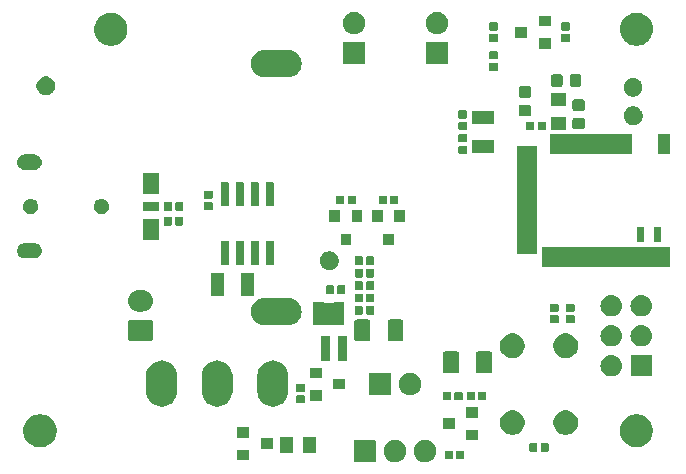
<source format=gts>
G04 #@! TF.GenerationSoftware,KiCad,Pcbnew,5.1.4-e60b266~84~ubuntu18.04.1*
G04 #@! TF.CreationDate,2019-11-19T15:13:30+05:30*
G04 #@! TF.ProjectId,senseBe_rev4_main,73656e73-6542-4655-9f72-6576345f6d61,rev?*
G04 #@! TF.SameCoordinates,Original*
G04 #@! TF.FileFunction,Soldermask,Top*
G04 #@! TF.FilePolarity,Negative*
%FSLAX46Y46*%
G04 Gerber Fmt 4.6, Leading zero omitted, Abs format (unit mm)*
G04 Created by KiCad (PCBNEW 5.1.4-e60b266~84~ubuntu18.04.1) date 2019-11-19 15:13:30*
%MOMM*%
%LPD*%
G04 APERTURE LIST*
%ADD10C,0.100000*%
G04 APERTURE END LIST*
D10*
G36*
X41310723Y-47752939D02*
G01*
X41343280Y-47762815D01*
X41373276Y-47778848D01*
X41399572Y-47800428D01*
X41421152Y-47826724D01*
X41437185Y-47856720D01*
X41447061Y-47889277D01*
X41451000Y-47929269D01*
X41451000Y-49470731D01*
X41447061Y-49510723D01*
X41437185Y-49543280D01*
X41421152Y-49573276D01*
X41399572Y-49599572D01*
X41373276Y-49621152D01*
X41343280Y-49637185D01*
X41310723Y-49647061D01*
X41270731Y-49651000D01*
X39729269Y-49651000D01*
X39689277Y-49647061D01*
X39656720Y-49637185D01*
X39626724Y-49621152D01*
X39600428Y-49599572D01*
X39578848Y-49573276D01*
X39562815Y-49543280D01*
X39552939Y-49510723D01*
X39549000Y-49470731D01*
X39549000Y-47929269D01*
X39552939Y-47889277D01*
X39562815Y-47856720D01*
X39578848Y-47826724D01*
X39600428Y-47800428D01*
X39626724Y-47778848D01*
X39656720Y-47762815D01*
X39689277Y-47752939D01*
X39729269Y-47749000D01*
X41270731Y-47749000D01*
X41310723Y-47752939D01*
X41310723Y-47752939D01*
G37*
G36*
X43317395Y-47785546D02*
G01*
X43490466Y-47857234D01*
X43544121Y-47893085D01*
X43646227Y-47961310D01*
X43778690Y-48093773D01*
X43794919Y-48118062D01*
X43882766Y-48249534D01*
X43954454Y-48422605D01*
X43991000Y-48606333D01*
X43991000Y-48793667D01*
X43954454Y-48977395D01*
X43882766Y-49150466D01*
X43882765Y-49150467D01*
X43778690Y-49306227D01*
X43646227Y-49438690D01*
X43598274Y-49470731D01*
X43490466Y-49542766D01*
X43317395Y-49614454D01*
X43133667Y-49651000D01*
X42946333Y-49651000D01*
X42762605Y-49614454D01*
X42589534Y-49542766D01*
X42481726Y-49470731D01*
X42433773Y-49438690D01*
X42301310Y-49306227D01*
X42197235Y-49150467D01*
X42197234Y-49150466D01*
X42125546Y-48977395D01*
X42089000Y-48793667D01*
X42089000Y-48606333D01*
X42125546Y-48422605D01*
X42197234Y-48249534D01*
X42285081Y-48118062D01*
X42301310Y-48093773D01*
X42433773Y-47961310D01*
X42535879Y-47893085D01*
X42589534Y-47857234D01*
X42762605Y-47785546D01*
X42946333Y-47749000D01*
X43133667Y-47749000D01*
X43317395Y-47785546D01*
X43317395Y-47785546D01*
G37*
G36*
X45857395Y-47785546D02*
G01*
X46030466Y-47857234D01*
X46084121Y-47893085D01*
X46186227Y-47961310D01*
X46318690Y-48093773D01*
X46334919Y-48118062D01*
X46422766Y-48249534D01*
X46494454Y-48422605D01*
X46531000Y-48606333D01*
X46531000Y-48793667D01*
X46494454Y-48977395D01*
X46422766Y-49150466D01*
X46422765Y-49150467D01*
X46318690Y-49306227D01*
X46186227Y-49438690D01*
X46138274Y-49470731D01*
X46030466Y-49542766D01*
X45857395Y-49614454D01*
X45673667Y-49651000D01*
X45486333Y-49651000D01*
X45302605Y-49614454D01*
X45129534Y-49542766D01*
X45021726Y-49470731D01*
X44973773Y-49438690D01*
X44841310Y-49306227D01*
X44737235Y-49150467D01*
X44737234Y-49150466D01*
X44665546Y-48977395D01*
X44629000Y-48793667D01*
X44629000Y-48606333D01*
X44665546Y-48422605D01*
X44737234Y-48249534D01*
X44825081Y-48118062D01*
X44841310Y-48093773D01*
X44973773Y-47961310D01*
X45075879Y-47893085D01*
X45129534Y-47857234D01*
X45302605Y-47785546D01*
X45486333Y-47749000D01*
X45673667Y-47749000D01*
X45857395Y-47785546D01*
X45857395Y-47785546D01*
G37*
G36*
X30701000Y-49501000D02*
G01*
X29699000Y-49501000D01*
X29699000Y-48599000D01*
X30701000Y-48599000D01*
X30701000Y-49501000D01*
X30701000Y-49501000D01*
G37*
G36*
X47871938Y-48681716D02*
G01*
X47892557Y-48687971D01*
X47911553Y-48698124D01*
X47928208Y-48711792D01*
X47941876Y-48728447D01*
X47952029Y-48747443D01*
X47958284Y-48768062D01*
X47961000Y-48795640D01*
X47961000Y-49304360D01*
X47958284Y-49331938D01*
X47952029Y-49352557D01*
X47941876Y-49371553D01*
X47928208Y-49388208D01*
X47911553Y-49401876D01*
X47892557Y-49412029D01*
X47871938Y-49418284D01*
X47844360Y-49421000D01*
X47385640Y-49421000D01*
X47358062Y-49418284D01*
X47337443Y-49412029D01*
X47318447Y-49401876D01*
X47301792Y-49388208D01*
X47288124Y-49371553D01*
X47277971Y-49352557D01*
X47271716Y-49331938D01*
X47269000Y-49304360D01*
X47269000Y-48795640D01*
X47271716Y-48768062D01*
X47277971Y-48747443D01*
X47288124Y-48728447D01*
X47301792Y-48711792D01*
X47318447Y-48698124D01*
X47337443Y-48687971D01*
X47358062Y-48681716D01*
X47385640Y-48679000D01*
X47844360Y-48679000D01*
X47871938Y-48681716D01*
X47871938Y-48681716D01*
G37*
G36*
X48841938Y-48681716D02*
G01*
X48862557Y-48687971D01*
X48881553Y-48698124D01*
X48898208Y-48711792D01*
X48911876Y-48728447D01*
X48922029Y-48747443D01*
X48928284Y-48768062D01*
X48931000Y-48795640D01*
X48931000Y-49304360D01*
X48928284Y-49331938D01*
X48922029Y-49352557D01*
X48911876Y-49371553D01*
X48898208Y-49388208D01*
X48881553Y-49401876D01*
X48862557Y-49412029D01*
X48841938Y-49418284D01*
X48814360Y-49421000D01*
X48355640Y-49421000D01*
X48328062Y-49418284D01*
X48307443Y-49412029D01*
X48288447Y-49401876D01*
X48271792Y-49388208D01*
X48258124Y-49371553D01*
X48247971Y-49352557D01*
X48241716Y-49331938D01*
X48239000Y-49304360D01*
X48239000Y-48795640D01*
X48241716Y-48768062D01*
X48247971Y-48747443D01*
X48258124Y-48728447D01*
X48271792Y-48711792D01*
X48288447Y-48698124D01*
X48307443Y-48687971D01*
X48328062Y-48681716D01*
X48355640Y-48679000D01*
X48814360Y-48679000D01*
X48841938Y-48681716D01*
X48841938Y-48681716D01*
G37*
G36*
X34401000Y-48876000D02*
G01*
X33299000Y-48876000D01*
X33299000Y-47524000D01*
X34401000Y-47524000D01*
X34401000Y-48876000D01*
X34401000Y-48876000D01*
G37*
G36*
X36401000Y-48876000D02*
G01*
X35299000Y-48876000D01*
X35299000Y-47524000D01*
X36401000Y-47524000D01*
X36401000Y-48876000D01*
X36401000Y-48876000D01*
G37*
G36*
X55021938Y-48031716D02*
G01*
X55042557Y-48037971D01*
X55061553Y-48048124D01*
X55078208Y-48061792D01*
X55091876Y-48078447D01*
X55102029Y-48097443D01*
X55108284Y-48118062D01*
X55111000Y-48145640D01*
X55111000Y-48654360D01*
X55108284Y-48681938D01*
X55102029Y-48702557D01*
X55091876Y-48721553D01*
X55078208Y-48738208D01*
X55061553Y-48751876D01*
X55042557Y-48762029D01*
X55021938Y-48768284D01*
X54994360Y-48771000D01*
X54535640Y-48771000D01*
X54508062Y-48768284D01*
X54487443Y-48762029D01*
X54468447Y-48751876D01*
X54451792Y-48738208D01*
X54438124Y-48721553D01*
X54427971Y-48702557D01*
X54421716Y-48681938D01*
X54419000Y-48654360D01*
X54419000Y-48145640D01*
X54421716Y-48118062D01*
X54427971Y-48097443D01*
X54438124Y-48078447D01*
X54451792Y-48061792D01*
X54468447Y-48048124D01*
X54487443Y-48037971D01*
X54508062Y-48031716D01*
X54535640Y-48029000D01*
X54994360Y-48029000D01*
X55021938Y-48031716D01*
X55021938Y-48031716D01*
G37*
G36*
X55991938Y-48031716D02*
G01*
X56012557Y-48037971D01*
X56031553Y-48048124D01*
X56048208Y-48061792D01*
X56061876Y-48078447D01*
X56072029Y-48097443D01*
X56078284Y-48118062D01*
X56081000Y-48145640D01*
X56081000Y-48654360D01*
X56078284Y-48681938D01*
X56072029Y-48702557D01*
X56061876Y-48721553D01*
X56048208Y-48738208D01*
X56031553Y-48751876D01*
X56012557Y-48762029D01*
X55991938Y-48768284D01*
X55964360Y-48771000D01*
X55505640Y-48771000D01*
X55478062Y-48768284D01*
X55457443Y-48762029D01*
X55438447Y-48751876D01*
X55421792Y-48738208D01*
X55408124Y-48721553D01*
X55397971Y-48702557D01*
X55391716Y-48681938D01*
X55389000Y-48654360D01*
X55389000Y-48145640D01*
X55391716Y-48118062D01*
X55397971Y-48097443D01*
X55408124Y-48078447D01*
X55421792Y-48061792D01*
X55438447Y-48048124D01*
X55457443Y-48037971D01*
X55478062Y-48031716D01*
X55505640Y-48029000D01*
X55964360Y-48029000D01*
X55991938Y-48031716D01*
X55991938Y-48031716D01*
G37*
G36*
X32701000Y-48551000D02*
G01*
X31699000Y-48551000D01*
X31699000Y-47649000D01*
X32701000Y-47649000D01*
X32701000Y-48551000D01*
X32701000Y-48551000D01*
G37*
G36*
X13293972Y-45630027D02*
G01*
X13408657Y-45652839D01*
X13514267Y-45696585D01*
X13663621Y-45758449D01*
X13663622Y-45758450D01*
X13893086Y-45911772D01*
X14088228Y-46106914D01*
X14190675Y-46260237D01*
X14241551Y-46336379D01*
X14269359Y-46403514D01*
X14347161Y-46591343D01*
X14350189Y-46606565D01*
X14398810Y-46851000D01*
X14401000Y-46862014D01*
X14401000Y-47137986D01*
X14358630Y-47351000D01*
X14347161Y-47408656D01*
X14241551Y-47663621D01*
X14241550Y-47663622D01*
X14088228Y-47893086D01*
X13893086Y-48088228D01*
X13807162Y-48145640D01*
X13663621Y-48241551D01*
X13514267Y-48303415D01*
X13408657Y-48347161D01*
X13318433Y-48365107D01*
X13137988Y-48401000D01*
X12862012Y-48401000D01*
X12681567Y-48365107D01*
X12591343Y-48347161D01*
X12485733Y-48303415D01*
X12336379Y-48241551D01*
X12192838Y-48145640D01*
X12106914Y-48088228D01*
X11911772Y-47893086D01*
X11758450Y-47663622D01*
X11758449Y-47663621D01*
X11652839Y-47408656D01*
X11641371Y-47351000D01*
X11599000Y-47137986D01*
X11599000Y-46862014D01*
X11601191Y-46851000D01*
X11649811Y-46606565D01*
X11652839Y-46591343D01*
X11730641Y-46403514D01*
X11758449Y-46336379D01*
X11809325Y-46260237D01*
X11911772Y-46106914D01*
X12106914Y-45911772D01*
X12336378Y-45758450D01*
X12336379Y-45758449D01*
X12485733Y-45696585D01*
X12591343Y-45652839D01*
X12706028Y-45630027D01*
X12862012Y-45599000D01*
X13137988Y-45599000D01*
X13293972Y-45630027D01*
X13293972Y-45630027D01*
G37*
G36*
X63793972Y-45630027D02*
G01*
X63908657Y-45652839D01*
X64014267Y-45696585D01*
X64163621Y-45758449D01*
X64163622Y-45758450D01*
X64393086Y-45911772D01*
X64588228Y-46106914D01*
X64690675Y-46260237D01*
X64741551Y-46336379D01*
X64769359Y-46403514D01*
X64847161Y-46591343D01*
X64850189Y-46606565D01*
X64898810Y-46851000D01*
X64901000Y-46862014D01*
X64901000Y-47137986D01*
X64858630Y-47351000D01*
X64847161Y-47408656D01*
X64741551Y-47663621D01*
X64741550Y-47663622D01*
X64588228Y-47893086D01*
X64393086Y-48088228D01*
X64307162Y-48145640D01*
X64163621Y-48241551D01*
X64014267Y-48303415D01*
X63908657Y-48347161D01*
X63818433Y-48365107D01*
X63637988Y-48401000D01*
X63362012Y-48401000D01*
X63181567Y-48365107D01*
X63091343Y-48347161D01*
X62985733Y-48303415D01*
X62836379Y-48241551D01*
X62692838Y-48145640D01*
X62606914Y-48088228D01*
X62411772Y-47893086D01*
X62258450Y-47663622D01*
X62258449Y-47663621D01*
X62152839Y-47408656D01*
X62141371Y-47351000D01*
X62099000Y-47137986D01*
X62099000Y-46862014D01*
X62101191Y-46851000D01*
X62149811Y-46606565D01*
X62152839Y-46591343D01*
X62230641Y-46403514D01*
X62258449Y-46336379D01*
X62309325Y-46260237D01*
X62411772Y-46106914D01*
X62606914Y-45911772D01*
X62836378Y-45758450D01*
X62836379Y-45758449D01*
X62985733Y-45696585D01*
X63091343Y-45652839D01*
X63206028Y-45630027D01*
X63362012Y-45599000D01*
X63637988Y-45599000D01*
X63793972Y-45630027D01*
X63793972Y-45630027D01*
G37*
G36*
X50101000Y-47801000D02*
G01*
X49099000Y-47801000D01*
X49099000Y-46899000D01*
X50101000Y-46899000D01*
X50101000Y-47801000D01*
X50101000Y-47801000D01*
G37*
G36*
X30701000Y-47601000D02*
G01*
X29699000Y-47601000D01*
X29699000Y-46699000D01*
X30701000Y-46699000D01*
X30701000Y-47601000D01*
X30701000Y-47601000D01*
G37*
G36*
X57806564Y-45289389D02*
G01*
X57997833Y-45368615D01*
X57997835Y-45368616D01*
X58169973Y-45483635D01*
X58316365Y-45630027D01*
X58402175Y-45758450D01*
X58431385Y-45802167D01*
X58510611Y-45993436D01*
X58551000Y-46196484D01*
X58551000Y-46403516D01*
X58510611Y-46606564D01*
X58431385Y-46797833D01*
X58431384Y-46797835D01*
X58316365Y-46969973D01*
X58169973Y-47116365D01*
X57997835Y-47231384D01*
X57997834Y-47231385D01*
X57997833Y-47231385D01*
X57806564Y-47310611D01*
X57603516Y-47351000D01*
X57396484Y-47351000D01*
X57193436Y-47310611D01*
X57002167Y-47231385D01*
X57002166Y-47231385D01*
X57002165Y-47231384D01*
X56830027Y-47116365D01*
X56683635Y-46969973D01*
X56568616Y-46797835D01*
X56568615Y-46797833D01*
X56489389Y-46606564D01*
X56449000Y-46403516D01*
X56449000Y-46196484D01*
X56489389Y-45993436D01*
X56568615Y-45802167D01*
X56597826Y-45758450D01*
X56683635Y-45630027D01*
X56830027Y-45483635D01*
X57002165Y-45368616D01*
X57002167Y-45368615D01*
X57193436Y-45289389D01*
X57396484Y-45249000D01*
X57603516Y-45249000D01*
X57806564Y-45289389D01*
X57806564Y-45289389D01*
G37*
G36*
X53306564Y-45289389D02*
G01*
X53497833Y-45368615D01*
X53497835Y-45368616D01*
X53669973Y-45483635D01*
X53816365Y-45630027D01*
X53902175Y-45758450D01*
X53931385Y-45802167D01*
X54010611Y-45993436D01*
X54051000Y-46196484D01*
X54051000Y-46403516D01*
X54010611Y-46606564D01*
X53931385Y-46797833D01*
X53931384Y-46797835D01*
X53816365Y-46969973D01*
X53669973Y-47116365D01*
X53497835Y-47231384D01*
X53497834Y-47231385D01*
X53497833Y-47231385D01*
X53306564Y-47310611D01*
X53103516Y-47351000D01*
X52896484Y-47351000D01*
X52693436Y-47310611D01*
X52502167Y-47231385D01*
X52502166Y-47231385D01*
X52502165Y-47231384D01*
X52330027Y-47116365D01*
X52183635Y-46969973D01*
X52068616Y-46797835D01*
X52068615Y-46797833D01*
X51989389Y-46606564D01*
X51949000Y-46403516D01*
X51949000Y-46196484D01*
X51989389Y-45993436D01*
X52068615Y-45802167D01*
X52097826Y-45758450D01*
X52183635Y-45630027D01*
X52330027Y-45483635D01*
X52502165Y-45368616D01*
X52502167Y-45368615D01*
X52693436Y-45289389D01*
X52896484Y-45249000D01*
X53103516Y-45249000D01*
X53306564Y-45289389D01*
X53306564Y-45289389D01*
G37*
G36*
X48101000Y-46851000D02*
G01*
X47099000Y-46851000D01*
X47099000Y-45949000D01*
X48101000Y-45949000D01*
X48101000Y-46851000D01*
X48101000Y-46851000D01*
G37*
G36*
X50101000Y-45901000D02*
G01*
X49099000Y-45901000D01*
X49099000Y-44999000D01*
X50101000Y-44999000D01*
X50101000Y-45901000D01*
X50101000Y-45901000D01*
G37*
G36*
X32955039Y-41067825D02*
G01*
X33200279Y-41142218D01*
X33426293Y-41263025D01*
X33624396Y-41425604D01*
X33786975Y-41623706D01*
X33907782Y-41849720D01*
X33982175Y-42094960D01*
X34001000Y-42286095D01*
X34001000Y-43713905D01*
X33982175Y-43905040D01*
X33907782Y-44150280D01*
X33786975Y-44376294D01*
X33744624Y-44427899D01*
X33624397Y-44574397D01*
X33477899Y-44694624D01*
X33426294Y-44736975D01*
X33200280Y-44857782D01*
X32955040Y-44932175D01*
X32700000Y-44957294D01*
X32444961Y-44932175D01*
X32199721Y-44857782D01*
X31973707Y-44736975D01*
X31922102Y-44694624D01*
X31775604Y-44574397D01*
X31655377Y-44427899D01*
X31613026Y-44376294D01*
X31544451Y-44248000D01*
X31492219Y-44150282D01*
X31475691Y-44095796D01*
X31417825Y-43905040D01*
X31399000Y-43713905D01*
X31399000Y-42286096D01*
X31402282Y-42252778D01*
X31417825Y-42094962D01*
X31417825Y-42094961D01*
X31492218Y-41849721D01*
X31613025Y-41623707D01*
X31775604Y-41425604D01*
X31973706Y-41263025D01*
X31973705Y-41263025D01*
X31973707Y-41263024D01*
X32199718Y-41142219D01*
X32199720Y-41142218D01*
X32444960Y-41067825D01*
X32700000Y-41042706D01*
X32955039Y-41067825D01*
X32955039Y-41067825D01*
G37*
G36*
X23555039Y-41067825D02*
G01*
X23800279Y-41142218D01*
X24026293Y-41263025D01*
X24224396Y-41425604D01*
X24386975Y-41623706D01*
X24507782Y-41849720D01*
X24582175Y-42094960D01*
X24601000Y-42286095D01*
X24601000Y-43713905D01*
X24582175Y-43905040D01*
X24507782Y-44150280D01*
X24386975Y-44376294D01*
X24344624Y-44427899D01*
X24224397Y-44574397D01*
X24077899Y-44694624D01*
X24026294Y-44736975D01*
X23800280Y-44857782D01*
X23555040Y-44932175D01*
X23300000Y-44957294D01*
X23044961Y-44932175D01*
X22799721Y-44857782D01*
X22573707Y-44736975D01*
X22522102Y-44694624D01*
X22375604Y-44574397D01*
X22255377Y-44427899D01*
X22213026Y-44376294D01*
X22144451Y-44248000D01*
X22092219Y-44150282D01*
X22075691Y-44095796D01*
X22017825Y-43905040D01*
X21999000Y-43713905D01*
X21999000Y-42286096D01*
X22002282Y-42252778D01*
X22017825Y-42094962D01*
X22017825Y-42094961D01*
X22092218Y-41849721D01*
X22213025Y-41623707D01*
X22375604Y-41425604D01*
X22573706Y-41263025D01*
X22573705Y-41263025D01*
X22573707Y-41263024D01*
X22799718Y-41142219D01*
X22799720Y-41142218D01*
X23044960Y-41067825D01*
X23300000Y-41042706D01*
X23555039Y-41067825D01*
X23555039Y-41067825D01*
G37*
G36*
X28255039Y-41067825D02*
G01*
X28500279Y-41142218D01*
X28726293Y-41263025D01*
X28924396Y-41425604D01*
X29086975Y-41623706D01*
X29207782Y-41849720D01*
X29282175Y-42094960D01*
X29301000Y-42286095D01*
X29301000Y-43713905D01*
X29282175Y-43905040D01*
X29207782Y-44150280D01*
X29086975Y-44376294D01*
X29044624Y-44427899D01*
X28924397Y-44574397D01*
X28777899Y-44694624D01*
X28726294Y-44736975D01*
X28500280Y-44857782D01*
X28255040Y-44932175D01*
X28000000Y-44957294D01*
X27744961Y-44932175D01*
X27499721Y-44857782D01*
X27273707Y-44736975D01*
X27222102Y-44694624D01*
X27075604Y-44574397D01*
X26955377Y-44427899D01*
X26913026Y-44376294D01*
X26844451Y-44248000D01*
X26792219Y-44150282D01*
X26775691Y-44095796D01*
X26717825Y-43905040D01*
X26699000Y-43713905D01*
X26699000Y-42286096D01*
X26702282Y-42252778D01*
X26717825Y-42094962D01*
X26717825Y-42094961D01*
X26792218Y-41849721D01*
X26913025Y-41623707D01*
X27075604Y-41425604D01*
X27273706Y-41263025D01*
X27273705Y-41263025D01*
X27273707Y-41263024D01*
X27499718Y-41142219D01*
X27499720Y-41142218D01*
X27744960Y-41067825D01*
X28000000Y-41042706D01*
X28255039Y-41067825D01*
X28255039Y-41067825D01*
G37*
G36*
X35331938Y-43991716D02*
G01*
X35352557Y-43997971D01*
X35371553Y-44008124D01*
X35388208Y-44021792D01*
X35401876Y-44038447D01*
X35412029Y-44057443D01*
X35418284Y-44078062D01*
X35421000Y-44105640D01*
X35421000Y-44564360D01*
X35418284Y-44591938D01*
X35412029Y-44612557D01*
X35401876Y-44631553D01*
X35388208Y-44648208D01*
X35371553Y-44661876D01*
X35352557Y-44672029D01*
X35331938Y-44678284D01*
X35304360Y-44681000D01*
X34795640Y-44681000D01*
X34768062Y-44678284D01*
X34747443Y-44672029D01*
X34728447Y-44661876D01*
X34711792Y-44648208D01*
X34698124Y-44631553D01*
X34687971Y-44612557D01*
X34681716Y-44591938D01*
X34679000Y-44564360D01*
X34679000Y-44105640D01*
X34681716Y-44078062D01*
X34687971Y-44057443D01*
X34698124Y-44038447D01*
X34711792Y-44021792D01*
X34728447Y-44008124D01*
X34747443Y-43997971D01*
X34768062Y-43991716D01*
X34795640Y-43989000D01*
X35304360Y-43989000D01*
X35331938Y-43991716D01*
X35331938Y-43991716D01*
G37*
G36*
X36851000Y-44451000D02*
G01*
X35849000Y-44451000D01*
X35849000Y-43549000D01*
X36851000Y-43549000D01*
X36851000Y-44451000D01*
X36851000Y-44451000D01*
G37*
G36*
X48691938Y-43681716D02*
G01*
X48712557Y-43687971D01*
X48731553Y-43698124D01*
X48748208Y-43711792D01*
X48761876Y-43728447D01*
X48772029Y-43747443D01*
X48778284Y-43768062D01*
X48781000Y-43795640D01*
X48781000Y-44304360D01*
X48778284Y-44331938D01*
X48772029Y-44352557D01*
X48761876Y-44371553D01*
X48748208Y-44388208D01*
X48731553Y-44401876D01*
X48712557Y-44412029D01*
X48691938Y-44418284D01*
X48664360Y-44421000D01*
X48205640Y-44421000D01*
X48178062Y-44418284D01*
X48157443Y-44412029D01*
X48138447Y-44401876D01*
X48121792Y-44388208D01*
X48108124Y-44371553D01*
X48097971Y-44352557D01*
X48091716Y-44331938D01*
X48089000Y-44304360D01*
X48089000Y-43795640D01*
X48091716Y-43768062D01*
X48097971Y-43747443D01*
X48108124Y-43728447D01*
X48121792Y-43711792D01*
X48138447Y-43698124D01*
X48157443Y-43687971D01*
X48178062Y-43681716D01*
X48205640Y-43679000D01*
X48664360Y-43679000D01*
X48691938Y-43681716D01*
X48691938Y-43681716D01*
G37*
G36*
X47721938Y-43681716D02*
G01*
X47742557Y-43687971D01*
X47761553Y-43698124D01*
X47778208Y-43711792D01*
X47791876Y-43728447D01*
X47802029Y-43747443D01*
X47808284Y-43768062D01*
X47811000Y-43795640D01*
X47811000Y-44304360D01*
X47808284Y-44331938D01*
X47802029Y-44352557D01*
X47791876Y-44371553D01*
X47778208Y-44388208D01*
X47761553Y-44401876D01*
X47742557Y-44412029D01*
X47721938Y-44418284D01*
X47694360Y-44421000D01*
X47235640Y-44421000D01*
X47208062Y-44418284D01*
X47187443Y-44412029D01*
X47168447Y-44401876D01*
X47151792Y-44388208D01*
X47138124Y-44371553D01*
X47127971Y-44352557D01*
X47121716Y-44331938D01*
X47119000Y-44304360D01*
X47119000Y-43795640D01*
X47121716Y-43768062D01*
X47127971Y-43747443D01*
X47138124Y-43728447D01*
X47151792Y-43711792D01*
X47168447Y-43698124D01*
X47187443Y-43687971D01*
X47208062Y-43681716D01*
X47235640Y-43679000D01*
X47694360Y-43679000D01*
X47721938Y-43681716D01*
X47721938Y-43681716D01*
G37*
G36*
X49721938Y-43681716D02*
G01*
X49742557Y-43687971D01*
X49761553Y-43698124D01*
X49778208Y-43711792D01*
X49791876Y-43728447D01*
X49802029Y-43747443D01*
X49808284Y-43768062D01*
X49811000Y-43795640D01*
X49811000Y-44304360D01*
X49808284Y-44331938D01*
X49802029Y-44352557D01*
X49791876Y-44371553D01*
X49778208Y-44388208D01*
X49761553Y-44401876D01*
X49742557Y-44412029D01*
X49721938Y-44418284D01*
X49694360Y-44421000D01*
X49235640Y-44421000D01*
X49208062Y-44418284D01*
X49187443Y-44412029D01*
X49168447Y-44401876D01*
X49151792Y-44388208D01*
X49138124Y-44371553D01*
X49127971Y-44352557D01*
X49121716Y-44331938D01*
X49119000Y-44304360D01*
X49119000Y-43795640D01*
X49121716Y-43768062D01*
X49127971Y-43747443D01*
X49138124Y-43728447D01*
X49151792Y-43711792D01*
X49168447Y-43698124D01*
X49187443Y-43687971D01*
X49208062Y-43681716D01*
X49235640Y-43679000D01*
X49694360Y-43679000D01*
X49721938Y-43681716D01*
X49721938Y-43681716D01*
G37*
G36*
X50691938Y-43681716D02*
G01*
X50712557Y-43687971D01*
X50731553Y-43698124D01*
X50748208Y-43711792D01*
X50761876Y-43728447D01*
X50772029Y-43747443D01*
X50778284Y-43768062D01*
X50781000Y-43795640D01*
X50781000Y-44304360D01*
X50778284Y-44331938D01*
X50772029Y-44352557D01*
X50761876Y-44371553D01*
X50748208Y-44388208D01*
X50731553Y-44401876D01*
X50712557Y-44412029D01*
X50691938Y-44418284D01*
X50664360Y-44421000D01*
X50205640Y-44421000D01*
X50178062Y-44418284D01*
X50157443Y-44412029D01*
X50138447Y-44401876D01*
X50121792Y-44388208D01*
X50108124Y-44371553D01*
X50097971Y-44352557D01*
X50091716Y-44331938D01*
X50089000Y-44304360D01*
X50089000Y-43795640D01*
X50091716Y-43768062D01*
X50097971Y-43747443D01*
X50108124Y-43728447D01*
X50121792Y-43711792D01*
X50138447Y-43698124D01*
X50157443Y-43687971D01*
X50178062Y-43681716D01*
X50205640Y-43679000D01*
X50664360Y-43679000D01*
X50691938Y-43681716D01*
X50691938Y-43681716D01*
G37*
G36*
X44617395Y-42135546D02*
G01*
X44790466Y-42207234D01*
X44790467Y-42207235D01*
X44946227Y-42311310D01*
X45078690Y-42443773D01*
X45078691Y-42443775D01*
X45182766Y-42599534D01*
X45254454Y-42772605D01*
X45291000Y-42956333D01*
X45291000Y-43143667D01*
X45254454Y-43327395D01*
X45182766Y-43500466D01*
X45135135Y-43571751D01*
X45078690Y-43656227D01*
X44946227Y-43788690D01*
X44867818Y-43841081D01*
X44790466Y-43892766D01*
X44617395Y-43964454D01*
X44433667Y-44001000D01*
X44246333Y-44001000D01*
X44062605Y-43964454D01*
X43889534Y-43892766D01*
X43812182Y-43841081D01*
X43733773Y-43788690D01*
X43601310Y-43656227D01*
X43544865Y-43571751D01*
X43497234Y-43500466D01*
X43425546Y-43327395D01*
X43389000Y-43143667D01*
X43389000Y-42956333D01*
X43425546Y-42772605D01*
X43497234Y-42599534D01*
X43601309Y-42443775D01*
X43601310Y-42443773D01*
X43733773Y-42311310D01*
X43889533Y-42207235D01*
X43889534Y-42207234D01*
X44062605Y-42135546D01*
X44246333Y-42099000D01*
X44433667Y-42099000D01*
X44617395Y-42135546D01*
X44617395Y-42135546D01*
G37*
G36*
X42751000Y-44001000D02*
G01*
X40849000Y-44001000D01*
X40849000Y-42099000D01*
X42751000Y-42099000D01*
X42751000Y-44001000D01*
X42751000Y-44001000D01*
G37*
G36*
X35331938Y-43021716D02*
G01*
X35352557Y-43027971D01*
X35371553Y-43038124D01*
X35388208Y-43051792D01*
X35401876Y-43068447D01*
X35412029Y-43087443D01*
X35418284Y-43108062D01*
X35421000Y-43135640D01*
X35421000Y-43594360D01*
X35418284Y-43621938D01*
X35412029Y-43642557D01*
X35401876Y-43661553D01*
X35388208Y-43678208D01*
X35371553Y-43691876D01*
X35352557Y-43702029D01*
X35331938Y-43708284D01*
X35304360Y-43711000D01*
X34795640Y-43711000D01*
X34768062Y-43708284D01*
X34747443Y-43702029D01*
X34728447Y-43691876D01*
X34711792Y-43678208D01*
X34698124Y-43661553D01*
X34687971Y-43642557D01*
X34681716Y-43621938D01*
X34679000Y-43594360D01*
X34679000Y-43135640D01*
X34681716Y-43108062D01*
X34687971Y-43087443D01*
X34698124Y-43068447D01*
X34711792Y-43051792D01*
X34728447Y-43038124D01*
X34747443Y-43027971D01*
X34768062Y-43021716D01*
X34795640Y-43019000D01*
X35304360Y-43019000D01*
X35331938Y-43021716D01*
X35331938Y-43021716D01*
G37*
G36*
X38851000Y-43501000D02*
G01*
X37849000Y-43501000D01*
X37849000Y-42599000D01*
X38851000Y-42599000D01*
X38851000Y-43501000D01*
X38851000Y-43501000D01*
G37*
G36*
X36851000Y-42551000D02*
G01*
X35849000Y-42551000D01*
X35849000Y-41649000D01*
X36851000Y-41649000D01*
X36851000Y-42551000D01*
X36851000Y-42551000D01*
G37*
G36*
X64801000Y-42401000D02*
G01*
X62999000Y-42401000D01*
X62999000Y-40599000D01*
X64801000Y-40599000D01*
X64801000Y-42401000D01*
X64801000Y-42401000D01*
G37*
G36*
X61470443Y-40605519D02*
G01*
X61536627Y-40612037D01*
X61706466Y-40663557D01*
X61862991Y-40747222D01*
X61898729Y-40776552D01*
X62000186Y-40859814D01*
X62083448Y-40961271D01*
X62112778Y-40997009D01*
X62196443Y-41153534D01*
X62247963Y-41323373D01*
X62265359Y-41500000D01*
X62247963Y-41676627D01*
X62196443Y-41846466D01*
X62112778Y-42002991D01*
X62110451Y-42005826D01*
X62000186Y-42140186D01*
X61918485Y-42207235D01*
X61862991Y-42252778D01*
X61706466Y-42336443D01*
X61536627Y-42387963D01*
X61470443Y-42394481D01*
X61404260Y-42401000D01*
X61315740Y-42401000D01*
X61249557Y-42394481D01*
X61183373Y-42387963D01*
X61013534Y-42336443D01*
X60857009Y-42252778D01*
X60801515Y-42207235D01*
X60719814Y-42140186D01*
X60609549Y-42005826D01*
X60607222Y-42002991D01*
X60523557Y-41846466D01*
X60472037Y-41676627D01*
X60454641Y-41500000D01*
X60472037Y-41323373D01*
X60523557Y-41153534D01*
X60607222Y-40997009D01*
X60636552Y-40961271D01*
X60719814Y-40859814D01*
X60821271Y-40776552D01*
X60857009Y-40747222D01*
X61013534Y-40663557D01*
X61183373Y-40612037D01*
X61249557Y-40605519D01*
X61315740Y-40599000D01*
X61404260Y-40599000D01*
X61470443Y-40605519D01*
X61470443Y-40605519D01*
G37*
G36*
X51118604Y-40278347D02*
G01*
X51155144Y-40289432D01*
X51188821Y-40307433D01*
X51218341Y-40331659D01*
X51242567Y-40361179D01*
X51260568Y-40394856D01*
X51271653Y-40431396D01*
X51276000Y-40475538D01*
X51276000Y-41924462D01*
X51271653Y-41968604D01*
X51260568Y-42005144D01*
X51242567Y-42038821D01*
X51218341Y-42068341D01*
X51188821Y-42092567D01*
X51155144Y-42110568D01*
X51118604Y-42121653D01*
X51074462Y-42126000D01*
X50125538Y-42126000D01*
X50081396Y-42121653D01*
X50044856Y-42110568D01*
X50011179Y-42092567D01*
X49981659Y-42068341D01*
X49957433Y-42038821D01*
X49939432Y-42005144D01*
X49928347Y-41968604D01*
X49924000Y-41924462D01*
X49924000Y-40475538D01*
X49928347Y-40431396D01*
X49939432Y-40394856D01*
X49957433Y-40361179D01*
X49981659Y-40331659D01*
X50011179Y-40307433D01*
X50044856Y-40289432D01*
X50081396Y-40278347D01*
X50125538Y-40274000D01*
X51074462Y-40274000D01*
X51118604Y-40278347D01*
X51118604Y-40278347D01*
G37*
G36*
X48318604Y-40278347D02*
G01*
X48355144Y-40289432D01*
X48388821Y-40307433D01*
X48418341Y-40331659D01*
X48442567Y-40361179D01*
X48460568Y-40394856D01*
X48471653Y-40431396D01*
X48476000Y-40475538D01*
X48476000Y-41924462D01*
X48471653Y-41968604D01*
X48460568Y-42005144D01*
X48442567Y-42038821D01*
X48418341Y-42068341D01*
X48388821Y-42092567D01*
X48355144Y-42110568D01*
X48318604Y-42121653D01*
X48274462Y-42126000D01*
X47325538Y-42126000D01*
X47281396Y-42121653D01*
X47244856Y-42110568D01*
X47211179Y-42092567D01*
X47181659Y-42068341D01*
X47157433Y-42038821D01*
X47139432Y-42005144D01*
X47128347Y-41968604D01*
X47124000Y-41924462D01*
X47124000Y-40475538D01*
X47128347Y-40431396D01*
X47139432Y-40394856D01*
X47157433Y-40361179D01*
X47181659Y-40331659D01*
X47211179Y-40307433D01*
X47244856Y-40289432D01*
X47281396Y-40278347D01*
X47325538Y-40274000D01*
X48274462Y-40274000D01*
X48318604Y-40278347D01*
X48318604Y-40278347D01*
G37*
G36*
X39026000Y-41101000D02*
G01*
X38224000Y-41101000D01*
X38224000Y-38999000D01*
X39026000Y-38999000D01*
X39026000Y-41101000D01*
X39026000Y-41101000D01*
G37*
G36*
X37576000Y-41101000D02*
G01*
X36774000Y-41101000D01*
X36774000Y-38999000D01*
X37576000Y-38999000D01*
X37576000Y-41101000D01*
X37576000Y-41101000D01*
G37*
G36*
X57806564Y-38789389D02*
G01*
X57997833Y-38868615D01*
X57997835Y-38868616D01*
X58169973Y-38983635D01*
X58316365Y-39130027D01*
X58375212Y-39218097D01*
X58431385Y-39302167D01*
X58510611Y-39493436D01*
X58551000Y-39696484D01*
X58551000Y-39903516D01*
X58510611Y-40106564D01*
X58434865Y-40289432D01*
X58431384Y-40297835D01*
X58316365Y-40469973D01*
X58169973Y-40616365D01*
X57997835Y-40731384D01*
X57997834Y-40731385D01*
X57997833Y-40731385D01*
X57806564Y-40810611D01*
X57603516Y-40851000D01*
X57396484Y-40851000D01*
X57193436Y-40810611D01*
X57002167Y-40731385D01*
X57002166Y-40731385D01*
X57002165Y-40731384D01*
X56830027Y-40616365D01*
X56683635Y-40469973D01*
X56568616Y-40297835D01*
X56565135Y-40289432D01*
X56489389Y-40106564D01*
X56449000Y-39903516D01*
X56449000Y-39696484D01*
X56489389Y-39493436D01*
X56568615Y-39302167D01*
X56624789Y-39218097D01*
X56683635Y-39130027D01*
X56830027Y-38983635D01*
X57002165Y-38868616D01*
X57002167Y-38868615D01*
X57193436Y-38789389D01*
X57396484Y-38749000D01*
X57603516Y-38749000D01*
X57806564Y-38789389D01*
X57806564Y-38789389D01*
G37*
G36*
X53306564Y-38789389D02*
G01*
X53497833Y-38868615D01*
X53497835Y-38868616D01*
X53669973Y-38983635D01*
X53816365Y-39130027D01*
X53875212Y-39218097D01*
X53931385Y-39302167D01*
X54010611Y-39493436D01*
X54051000Y-39696484D01*
X54051000Y-39903516D01*
X54010611Y-40106564D01*
X53934865Y-40289432D01*
X53931384Y-40297835D01*
X53816365Y-40469973D01*
X53669973Y-40616365D01*
X53497835Y-40731384D01*
X53497834Y-40731385D01*
X53497833Y-40731385D01*
X53306564Y-40810611D01*
X53103516Y-40851000D01*
X52896484Y-40851000D01*
X52693436Y-40810611D01*
X52502167Y-40731385D01*
X52502166Y-40731385D01*
X52502165Y-40731384D01*
X52330027Y-40616365D01*
X52183635Y-40469973D01*
X52068616Y-40297835D01*
X52065135Y-40289432D01*
X51989389Y-40106564D01*
X51949000Y-39903516D01*
X51949000Y-39696484D01*
X51989389Y-39493436D01*
X52068615Y-39302167D01*
X52124789Y-39218097D01*
X52183635Y-39130027D01*
X52330027Y-38983635D01*
X52502165Y-38868616D01*
X52502167Y-38868615D01*
X52693436Y-38789389D01*
X52896484Y-38749000D01*
X53103516Y-38749000D01*
X53306564Y-38789389D01*
X53306564Y-38789389D01*
G37*
G36*
X61470442Y-38065518D02*
G01*
X61536627Y-38072037D01*
X61706466Y-38123557D01*
X61862991Y-38207222D01*
X61898729Y-38236552D01*
X62000186Y-38319814D01*
X62083448Y-38421271D01*
X62112778Y-38457009D01*
X62196443Y-38613534D01*
X62247963Y-38783373D01*
X62265359Y-38960000D01*
X62247963Y-39136627D01*
X62196443Y-39306466D01*
X62112778Y-39462991D01*
X62087793Y-39493435D01*
X62000186Y-39600186D01*
X61898729Y-39683448D01*
X61862991Y-39712778D01*
X61706466Y-39796443D01*
X61536627Y-39847963D01*
X61470442Y-39854482D01*
X61404260Y-39861000D01*
X61315740Y-39861000D01*
X61249558Y-39854482D01*
X61183373Y-39847963D01*
X61013534Y-39796443D01*
X60857009Y-39712778D01*
X60821271Y-39683448D01*
X60719814Y-39600186D01*
X60632207Y-39493435D01*
X60607222Y-39462991D01*
X60523557Y-39306466D01*
X60472037Y-39136627D01*
X60454641Y-38960000D01*
X60472037Y-38783373D01*
X60523557Y-38613534D01*
X60607222Y-38457009D01*
X60636552Y-38421271D01*
X60719814Y-38319814D01*
X60821271Y-38236552D01*
X60857009Y-38207222D01*
X61013534Y-38123557D01*
X61183373Y-38072037D01*
X61249558Y-38065518D01*
X61315740Y-38059000D01*
X61404260Y-38059000D01*
X61470442Y-38065518D01*
X61470442Y-38065518D01*
G37*
G36*
X64010442Y-38065518D02*
G01*
X64076627Y-38072037D01*
X64246466Y-38123557D01*
X64402991Y-38207222D01*
X64438729Y-38236552D01*
X64540186Y-38319814D01*
X64623448Y-38421271D01*
X64652778Y-38457009D01*
X64736443Y-38613534D01*
X64787963Y-38783373D01*
X64805359Y-38960000D01*
X64787963Y-39136627D01*
X64736443Y-39306466D01*
X64652778Y-39462991D01*
X64627793Y-39493435D01*
X64540186Y-39600186D01*
X64438729Y-39683448D01*
X64402991Y-39712778D01*
X64246466Y-39796443D01*
X64076627Y-39847963D01*
X64010442Y-39854482D01*
X63944260Y-39861000D01*
X63855740Y-39861000D01*
X63789558Y-39854482D01*
X63723373Y-39847963D01*
X63553534Y-39796443D01*
X63397009Y-39712778D01*
X63361271Y-39683448D01*
X63259814Y-39600186D01*
X63172207Y-39493435D01*
X63147222Y-39462991D01*
X63063557Y-39306466D01*
X63012037Y-39136627D01*
X62994641Y-38960000D01*
X63012037Y-38783373D01*
X63063557Y-38613534D01*
X63147222Y-38457009D01*
X63176552Y-38421271D01*
X63259814Y-38319814D01*
X63361271Y-38236552D01*
X63397009Y-38207222D01*
X63553534Y-38123557D01*
X63723373Y-38072037D01*
X63789558Y-38065518D01*
X63855740Y-38059000D01*
X63944260Y-38059000D01*
X64010442Y-38065518D01*
X64010442Y-38065518D01*
G37*
G36*
X40818604Y-37578347D02*
G01*
X40855144Y-37589432D01*
X40888821Y-37607433D01*
X40918341Y-37631659D01*
X40942567Y-37661179D01*
X40960568Y-37694856D01*
X40971653Y-37731396D01*
X40976000Y-37775538D01*
X40976000Y-39224462D01*
X40971653Y-39268604D01*
X40960568Y-39305144D01*
X40942567Y-39338821D01*
X40918341Y-39368341D01*
X40888821Y-39392567D01*
X40855144Y-39410568D01*
X40818604Y-39421653D01*
X40774462Y-39426000D01*
X39825538Y-39426000D01*
X39781396Y-39421653D01*
X39744856Y-39410568D01*
X39711179Y-39392567D01*
X39681659Y-39368341D01*
X39657433Y-39338821D01*
X39639432Y-39305144D01*
X39628347Y-39268604D01*
X39624000Y-39224462D01*
X39624000Y-37775538D01*
X39628347Y-37731396D01*
X39639432Y-37694856D01*
X39657433Y-37661179D01*
X39681659Y-37631659D01*
X39711179Y-37607433D01*
X39744856Y-37589432D01*
X39781396Y-37578347D01*
X39825538Y-37574000D01*
X40774462Y-37574000D01*
X40818604Y-37578347D01*
X40818604Y-37578347D01*
G37*
G36*
X43618604Y-37578347D02*
G01*
X43655144Y-37589432D01*
X43688821Y-37607433D01*
X43718341Y-37631659D01*
X43742567Y-37661179D01*
X43760568Y-37694856D01*
X43771653Y-37731396D01*
X43776000Y-37775538D01*
X43776000Y-39224462D01*
X43771653Y-39268604D01*
X43760568Y-39305144D01*
X43742567Y-39338821D01*
X43718341Y-39368341D01*
X43688821Y-39392567D01*
X43655144Y-39410568D01*
X43618604Y-39421653D01*
X43574462Y-39426000D01*
X42625538Y-39426000D01*
X42581396Y-39421653D01*
X42544856Y-39410568D01*
X42511179Y-39392567D01*
X42481659Y-39368341D01*
X42457433Y-39338821D01*
X42439432Y-39305144D01*
X42428347Y-39268604D01*
X42424000Y-39224462D01*
X42424000Y-37775538D01*
X42428347Y-37731396D01*
X42439432Y-37694856D01*
X42457433Y-37661179D01*
X42481659Y-37631659D01*
X42511179Y-37607433D01*
X42544856Y-37589432D01*
X42581396Y-37578347D01*
X42625538Y-37574000D01*
X43574462Y-37574000D01*
X43618604Y-37578347D01*
X43618604Y-37578347D01*
G37*
G36*
X22408600Y-37602989D02*
G01*
X22441652Y-37613015D01*
X22472103Y-37629292D01*
X22498799Y-37651201D01*
X22520708Y-37677897D01*
X22536985Y-37708348D01*
X22547011Y-37741400D01*
X22551000Y-37781903D01*
X22551000Y-39218097D01*
X22547011Y-39258600D01*
X22536985Y-39291652D01*
X22520708Y-39322103D01*
X22498799Y-39348799D01*
X22472103Y-39370708D01*
X22441652Y-39386985D01*
X22408600Y-39397011D01*
X22368097Y-39401000D01*
X20631903Y-39401000D01*
X20591400Y-39397011D01*
X20558348Y-39386985D01*
X20527897Y-39370708D01*
X20501201Y-39348799D01*
X20479292Y-39322103D01*
X20463015Y-39291652D01*
X20452989Y-39258600D01*
X20449000Y-39218097D01*
X20449000Y-37781903D01*
X20452989Y-37741400D01*
X20463015Y-37708348D01*
X20479292Y-37677897D01*
X20501201Y-37651201D01*
X20527897Y-37629292D01*
X20558348Y-37613015D01*
X20591400Y-37602989D01*
X20631903Y-37599000D01*
X22368097Y-37599000D01*
X22408600Y-37602989D01*
X22408600Y-37602989D01*
G37*
G36*
X37006553Y-36127934D02*
G01*
X37028164Y-36139485D01*
X37051613Y-36146598D01*
X37075999Y-36149000D01*
X37824001Y-36149000D01*
X37848387Y-36146598D01*
X37871836Y-36139485D01*
X37893447Y-36127934D01*
X37898241Y-36124000D01*
X38751000Y-36124000D01*
X38751000Y-38076000D01*
X37898241Y-38076000D01*
X37893447Y-38072066D01*
X37871836Y-38060515D01*
X37848387Y-38053402D01*
X37824001Y-38051000D01*
X37075999Y-38051000D01*
X37051613Y-38053402D01*
X37028164Y-38060515D01*
X37006553Y-38072066D01*
X37001759Y-38076000D01*
X36149000Y-38076000D01*
X36149000Y-36124000D01*
X37001759Y-36124000D01*
X37006553Y-36127934D01*
X37006553Y-36127934D01*
G37*
G36*
X34169271Y-35760103D02*
G01*
X34225635Y-35765654D01*
X34442600Y-35831470D01*
X34442602Y-35831471D01*
X34642555Y-35938347D01*
X34817818Y-36082182D01*
X34961653Y-36257445D01*
X35053350Y-36429000D01*
X35068530Y-36457400D01*
X35134346Y-36674365D01*
X35156569Y-36900000D01*
X35134346Y-37125635D01*
X35073675Y-37325640D01*
X35068529Y-37342602D01*
X34961653Y-37542555D01*
X34817818Y-37717818D01*
X34642555Y-37861653D01*
X34442602Y-37968529D01*
X34442600Y-37968530D01*
X34225635Y-38034346D01*
X34169271Y-38039897D01*
X34056545Y-38051000D01*
X31943455Y-38051000D01*
X31830729Y-38039897D01*
X31774365Y-38034346D01*
X31557400Y-37968530D01*
X31557398Y-37968529D01*
X31357445Y-37861653D01*
X31182182Y-37717818D01*
X31038347Y-37542555D01*
X30931471Y-37342602D01*
X30926326Y-37325640D01*
X30865654Y-37125635D01*
X30843431Y-36900000D01*
X30865654Y-36674365D01*
X30931470Y-36457400D01*
X30946650Y-36429000D01*
X31038347Y-36257445D01*
X31182182Y-36082182D01*
X31357445Y-35938347D01*
X31557398Y-35831471D01*
X31557400Y-35831470D01*
X31774365Y-35765654D01*
X31830729Y-35760103D01*
X31943455Y-35749000D01*
X34056545Y-35749000D01*
X34169271Y-35760103D01*
X34169271Y-35760103D01*
G37*
G36*
X58171938Y-37211716D02*
G01*
X58192557Y-37217971D01*
X58211553Y-37228124D01*
X58228208Y-37241792D01*
X58241876Y-37258447D01*
X58252029Y-37277443D01*
X58258284Y-37298062D01*
X58261000Y-37325640D01*
X58261000Y-37784360D01*
X58258284Y-37811938D01*
X58252029Y-37832557D01*
X58241876Y-37851553D01*
X58228208Y-37868208D01*
X58211553Y-37881876D01*
X58192557Y-37892029D01*
X58171938Y-37898284D01*
X58144360Y-37901000D01*
X57635640Y-37901000D01*
X57608062Y-37898284D01*
X57587443Y-37892029D01*
X57568447Y-37881876D01*
X57551792Y-37868208D01*
X57538124Y-37851553D01*
X57527971Y-37832557D01*
X57521716Y-37811938D01*
X57519000Y-37784360D01*
X57519000Y-37325640D01*
X57521716Y-37298062D01*
X57527971Y-37277443D01*
X57538124Y-37258447D01*
X57551792Y-37241792D01*
X57568447Y-37228124D01*
X57587443Y-37217971D01*
X57608062Y-37211716D01*
X57635640Y-37209000D01*
X58144360Y-37209000D01*
X58171938Y-37211716D01*
X58171938Y-37211716D01*
G37*
G36*
X56821938Y-37211716D02*
G01*
X56842557Y-37217971D01*
X56861553Y-37228124D01*
X56878208Y-37241792D01*
X56891876Y-37258447D01*
X56902029Y-37277443D01*
X56908284Y-37298062D01*
X56911000Y-37325640D01*
X56911000Y-37784360D01*
X56908284Y-37811938D01*
X56902029Y-37832557D01*
X56891876Y-37851553D01*
X56878208Y-37868208D01*
X56861553Y-37881876D01*
X56842557Y-37892029D01*
X56821938Y-37898284D01*
X56794360Y-37901000D01*
X56285640Y-37901000D01*
X56258062Y-37898284D01*
X56237443Y-37892029D01*
X56218447Y-37881876D01*
X56201792Y-37868208D01*
X56188124Y-37851553D01*
X56177971Y-37832557D01*
X56171716Y-37811938D01*
X56169000Y-37784360D01*
X56169000Y-37325640D01*
X56171716Y-37298062D01*
X56177971Y-37277443D01*
X56188124Y-37258447D01*
X56201792Y-37241792D01*
X56218447Y-37228124D01*
X56237443Y-37217971D01*
X56258062Y-37211716D01*
X56285640Y-37209000D01*
X56794360Y-37209000D01*
X56821938Y-37211716D01*
X56821938Y-37211716D01*
G37*
G36*
X61470443Y-35525519D02*
G01*
X61536627Y-35532037D01*
X61706466Y-35583557D01*
X61862991Y-35667222D01*
X61898729Y-35696552D01*
X62000186Y-35779814D01*
X62083448Y-35881271D01*
X62112778Y-35917009D01*
X62112779Y-35917011D01*
X62185231Y-36052557D01*
X62196443Y-36073534D01*
X62247963Y-36243373D01*
X62265359Y-36420000D01*
X62247963Y-36596627D01*
X62196443Y-36766466D01*
X62112778Y-36922991D01*
X62108933Y-36927676D01*
X62000186Y-37060186D01*
X61900684Y-37141844D01*
X61862991Y-37172778D01*
X61862989Y-37172779D01*
X61778442Y-37217971D01*
X61706466Y-37256443D01*
X61536627Y-37307963D01*
X61470442Y-37314482D01*
X61404260Y-37321000D01*
X61315740Y-37321000D01*
X61249558Y-37314482D01*
X61183373Y-37307963D01*
X61013534Y-37256443D01*
X60941559Y-37217971D01*
X60857011Y-37172779D01*
X60857009Y-37172778D01*
X60819316Y-37141844D01*
X60719814Y-37060186D01*
X60611067Y-36927676D01*
X60607222Y-36922991D01*
X60523557Y-36766466D01*
X60472037Y-36596627D01*
X60454641Y-36420000D01*
X60472037Y-36243373D01*
X60523557Y-36073534D01*
X60534770Y-36052557D01*
X60607221Y-35917011D01*
X60607222Y-35917009D01*
X60636552Y-35881271D01*
X60719814Y-35779814D01*
X60821271Y-35696552D01*
X60857009Y-35667222D01*
X61013534Y-35583557D01*
X61183373Y-35532037D01*
X61249557Y-35525519D01*
X61315740Y-35519000D01*
X61404260Y-35519000D01*
X61470443Y-35525519D01*
X61470443Y-35525519D01*
G37*
G36*
X64010443Y-35525519D02*
G01*
X64076627Y-35532037D01*
X64246466Y-35583557D01*
X64402991Y-35667222D01*
X64438729Y-35696552D01*
X64540186Y-35779814D01*
X64623448Y-35881271D01*
X64652778Y-35917009D01*
X64652779Y-35917011D01*
X64725231Y-36052557D01*
X64736443Y-36073534D01*
X64787963Y-36243373D01*
X64805359Y-36420000D01*
X64787963Y-36596627D01*
X64736443Y-36766466D01*
X64652778Y-36922991D01*
X64648933Y-36927676D01*
X64540186Y-37060186D01*
X64440684Y-37141844D01*
X64402991Y-37172778D01*
X64402989Y-37172779D01*
X64318442Y-37217971D01*
X64246466Y-37256443D01*
X64076627Y-37307963D01*
X64010442Y-37314482D01*
X63944260Y-37321000D01*
X63855740Y-37321000D01*
X63789558Y-37314482D01*
X63723373Y-37307963D01*
X63553534Y-37256443D01*
X63481559Y-37217971D01*
X63397011Y-37172779D01*
X63397009Y-37172778D01*
X63359316Y-37141844D01*
X63259814Y-37060186D01*
X63151067Y-36927676D01*
X63147222Y-36922991D01*
X63063557Y-36766466D01*
X63012037Y-36596627D01*
X62994641Y-36420000D01*
X63012037Y-36243373D01*
X63063557Y-36073534D01*
X63074770Y-36052557D01*
X63147221Y-35917011D01*
X63147222Y-35917009D01*
X63176552Y-35881271D01*
X63259814Y-35779814D01*
X63361271Y-35696552D01*
X63397009Y-35667222D01*
X63553534Y-35583557D01*
X63723373Y-35532037D01*
X63789557Y-35525519D01*
X63855740Y-35519000D01*
X63944260Y-35519000D01*
X64010443Y-35525519D01*
X64010443Y-35525519D01*
G37*
G36*
X40241938Y-36431716D02*
G01*
X40262557Y-36437971D01*
X40281553Y-36448124D01*
X40298208Y-36461792D01*
X40311876Y-36478447D01*
X40322029Y-36497443D01*
X40328284Y-36518062D01*
X40331000Y-36545640D01*
X40331000Y-37054360D01*
X40328284Y-37081938D01*
X40322029Y-37102557D01*
X40311876Y-37121553D01*
X40298208Y-37138208D01*
X40281553Y-37151876D01*
X40262557Y-37162029D01*
X40241938Y-37168284D01*
X40214360Y-37171000D01*
X39755640Y-37171000D01*
X39728062Y-37168284D01*
X39707443Y-37162029D01*
X39688447Y-37151876D01*
X39671792Y-37138208D01*
X39658124Y-37121553D01*
X39647971Y-37102557D01*
X39641716Y-37081938D01*
X39639000Y-37054360D01*
X39639000Y-36545640D01*
X39641716Y-36518062D01*
X39647971Y-36497443D01*
X39658124Y-36478447D01*
X39671792Y-36461792D01*
X39688447Y-36448124D01*
X39707443Y-36437971D01*
X39728062Y-36431716D01*
X39755640Y-36429000D01*
X40214360Y-36429000D01*
X40241938Y-36431716D01*
X40241938Y-36431716D01*
G37*
G36*
X41211938Y-36431716D02*
G01*
X41232557Y-36437971D01*
X41251553Y-36448124D01*
X41268208Y-36461792D01*
X41281876Y-36478447D01*
X41292029Y-36497443D01*
X41298284Y-36518062D01*
X41301000Y-36545640D01*
X41301000Y-37054360D01*
X41298284Y-37081938D01*
X41292029Y-37102557D01*
X41281876Y-37121553D01*
X41268208Y-37138208D01*
X41251553Y-37151876D01*
X41232557Y-37162029D01*
X41211938Y-37168284D01*
X41184360Y-37171000D01*
X40725640Y-37171000D01*
X40698062Y-37168284D01*
X40677443Y-37162029D01*
X40658447Y-37151876D01*
X40641792Y-37138208D01*
X40628124Y-37121553D01*
X40617971Y-37102557D01*
X40611716Y-37081938D01*
X40609000Y-37054360D01*
X40609000Y-36545640D01*
X40611716Y-36518062D01*
X40617971Y-36497443D01*
X40628124Y-36478447D01*
X40641792Y-36461792D01*
X40658447Y-36448124D01*
X40677443Y-36437971D01*
X40698062Y-36431716D01*
X40725640Y-36429000D01*
X41184360Y-36429000D01*
X41211938Y-36431716D01*
X41211938Y-36431716D01*
G37*
G36*
X58171938Y-36241716D02*
G01*
X58192557Y-36247971D01*
X58211553Y-36258124D01*
X58228208Y-36271792D01*
X58241876Y-36288447D01*
X58252029Y-36307443D01*
X58258284Y-36328062D01*
X58261000Y-36355640D01*
X58261000Y-36814360D01*
X58258284Y-36841938D01*
X58252029Y-36862557D01*
X58241876Y-36881553D01*
X58228208Y-36898208D01*
X58211553Y-36911876D01*
X58192557Y-36922029D01*
X58171938Y-36928284D01*
X58144360Y-36931000D01*
X57635640Y-36931000D01*
X57608062Y-36928284D01*
X57587443Y-36922029D01*
X57568447Y-36911876D01*
X57551792Y-36898208D01*
X57538124Y-36881553D01*
X57527971Y-36862557D01*
X57521716Y-36841938D01*
X57519000Y-36814360D01*
X57519000Y-36355640D01*
X57521716Y-36328062D01*
X57527971Y-36307443D01*
X57538124Y-36288447D01*
X57551792Y-36271792D01*
X57568447Y-36258124D01*
X57587443Y-36247971D01*
X57608062Y-36241716D01*
X57635640Y-36239000D01*
X58144360Y-36239000D01*
X58171938Y-36241716D01*
X58171938Y-36241716D01*
G37*
G36*
X56821938Y-36241716D02*
G01*
X56842557Y-36247971D01*
X56861553Y-36258124D01*
X56878208Y-36271792D01*
X56891876Y-36288447D01*
X56902029Y-36307443D01*
X56908284Y-36328062D01*
X56911000Y-36355640D01*
X56911000Y-36814360D01*
X56908284Y-36841938D01*
X56902029Y-36862557D01*
X56891876Y-36881553D01*
X56878208Y-36898208D01*
X56861553Y-36911876D01*
X56842557Y-36922029D01*
X56821938Y-36928284D01*
X56794360Y-36931000D01*
X56285640Y-36931000D01*
X56258062Y-36928284D01*
X56237443Y-36922029D01*
X56218447Y-36911876D01*
X56201792Y-36898208D01*
X56188124Y-36881553D01*
X56177971Y-36862557D01*
X56171716Y-36841938D01*
X56169000Y-36814360D01*
X56169000Y-36355640D01*
X56171716Y-36328062D01*
X56177971Y-36307443D01*
X56188124Y-36288447D01*
X56201792Y-36271792D01*
X56218447Y-36258124D01*
X56237443Y-36247971D01*
X56258062Y-36241716D01*
X56285640Y-36239000D01*
X56794360Y-36239000D01*
X56821938Y-36241716D01*
X56821938Y-36241716D01*
G37*
G36*
X21760442Y-35105518D02*
G01*
X21826627Y-35112037D01*
X21996466Y-35163557D01*
X22152991Y-35247222D01*
X22188729Y-35276552D01*
X22290186Y-35359814D01*
X22362100Y-35447443D01*
X22402778Y-35497009D01*
X22486443Y-35653534D01*
X22537963Y-35823373D01*
X22555359Y-36000000D01*
X22537963Y-36176627D01*
X22486443Y-36346466D01*
X22402778Y-36502991D01*
X22400402Y-36505886D01*
X22290186Y-36640186D01*
X22188729Y-36723448D01*
X22152991Y-36752778D01*
X21996466Y-36836443D01*
X21826627Y-36887963D01*
X21760443Y-36894481D01*
X21694260Y-36901000D01*
X21305740Y-36901000D01*
X21239557Y-36894481D01*
X21173373Y-36887963D01*
X21003534Y-36836443D01*
X20847009Y-36752778D01*
X20811271Y-36723448D01*
X20709814Y-36640186D01*
X20599598Y-36505886D01*
X20597222Y-36502991D01*
X20513557Y-36346466D01*
X20462037Y-36176627D01*
X20444641Y-36000000D01*
X20462037Y-35823373D01*
X20513557Y-35653534D01*
X20597222Y-35497009D01*
X20637900Y-35447443D01*
X20709814Y-35359814D01*
X20811271Y-35276552D01*
X20847009Y-35247222D01*
X21003534Y-35163557D01*
X21173373Y-35112037D01*
X21239558Y-35105518D01*
X21305740Y-35099000D01*
X21694260Y-35099000D01*
X21760442Y-35105518D01*
X21760442Y-35105518D01*
G37*
G36*
X40241938Y-35381716D02*
G01*
X40262557Y-35387971D01*
X40281553Y-35398124D01*
X40298208Y-35411792D01*
X40311876Y-35428447D01*
X40322029Y-35447443D01*
X40328284Y-35468062D01*
X40331000Y-35495640D01*
X40331000Y-36004360D01*
X40328284Y-36031938D01*
X40322029Y-36052557D01*
X40311876Y-36071553D01*
X40298208Y-36088208D01*
X40281553Y-36101876D01*
X40262557Y-36112029D01*
X40241938Y-36118284D01*
X40214360Y-36121000D01*
X39755640Y-36121000D01*
X39728062Y-36118284D01*
X39707443Y-36112029D01*
X39688447Y-36101876D01*
X39671792Y-36088208D01*
X39658124Y-36071553D01*
X39647971Y-36052557D01*
X39641716Y-36031938D01*
X39639000Y-36004360D01*
X39639000Y-35495640D01*
X39641716Y-35468062D01*
X39647971Y-35447443D01*
X39658124Y-35428447D01*
X39671792Y-35411792D01*
X39688447Y-35398124D01*
X39707443Y-35387971D01*
X39728062Y-35381716D01*
X39755640Y-35379000D01*
X40214360Y-35379000D01*
X40241938Y-35381716D01*
X40241938Y-35381716D01*
G37*
G36*
X41211938Y-35381716D02*
G01*
X41232557Y-35387971D01*
X41251553Y-35398124D01*
X41268208Y-35411792D01*
X41281876Y-35428447D01*
X41292029Y-35447443D01*
X41298284Y-35468062D01*
X41301000Y-35495640D01*
X41301000Y-36004360D01*
X41298284Y-36031938D01*
X41292029Y-36052557D01*
X41281876Y-36071553D01*
X41268208Y-36088208D01*
X41251553Y-36101876D01*
X41232557Y-36112029D01*
X41211938Y-36118284D01*
X41184360Y-36121000D01*
X40725640Y-36121000D01*
X40698062Y-36118284D01*
X40677443Y-36112029D01*
X40658447Y-36101876D01*
X40641792Y-36088208D01*
X40628124Y-36071553D01*
X40617971Y-36052557D01*
X40611716Y-36031938D01*
X40609000Y-36004360D01*
X40609000Y-35495640D01*
X40611716Y-35468062D01*
X40617971Y-35447443D01*
X40628124Y-35428447D01*
X40641792Y-35411792D01*
X40658447Y-35398124D01*
X40677443Y-35387971D01*
X40698062Y-35381716D01*
X40725640Y-35379000D01*
X41184360Y-35379000D01*
X41211938Y-35381716D01*
X41211938Y-35381716D01*
G37*
G36*
X31081000Y-35551000D02*
G01*
X29979000Y-35551000D01*
X29979000Y-33649000D01*
X31081000Y-33649000D01*
X31081000Y-35551000D01*
X31081000Y-35551000D01*
G37*
G36*
X28581000Y-35551000D02*
G01*
X27479000Y-35551000D01*
X27479000Y-33649000D01*
X28581000Y-33649000D01*
X28581000Y-35551000D01*
X28581000Y-35551000D01*
G37*
G36*
X38771938Y-34691716D02*
G01*
X38792557Y-34697971D01*
X38811553Y-34708124D01*
X38828208Y-34721792D01*
X38841876Y-34738447D01*
X38852029Y-34757443D01*
X38858284Y-34778062D01*
X38861000Y-34805640D01*
X38861000Y-35314360D01*
X38858284Y-35341938D01*
X38852029Y-35362557D01*
X38841876Y-35381553D01*
X38828208Y-35398208D01*
X38811553Y-35411876D01*
X38792557Y-35422029D01*
X38771938Y-35428284D01*
X38744360Y-35431000D01*
X38285640Y-35431000D01*
X38258062Y-35428284D01*
X38237443Y-35422029D01*
X38218447Y-35411876D01*
X38201792Y-35398208D01*
X38188124Y-35381553D01*
X38177971Y-35362557D01*
X38171716Y-35341938D01*
X38169000Y-35314360D01*
X38169000Y-34805640D01*
X38171716Y-34778062D01*
X38177971Y-34757443D01*
X38188124Y-34738447D01*
X38201792Y-34721792D01*
X38218447Y-34708124D01*
X38237443Y-34697971D01*
X38258062Y-34691716D01*
X38285640Y-34689000D01*
X38744360Y-34689000D01*
X38771938Y-34691716D01*
X38771938Y-34691716D01*
G37*
G36*
X37801938Y-34691716D02*
G01*
X37822557Y-34697971D01*
X37841553Y-34708124D01*
X37858208Y-34721792D01*
X37871876Y-34738447D01*
X37882029Y-34757443D01*
X37888284Y-34778062D01*
X37891000Y-34805640D01*
X37891000Y-35314360D01*
X37888284Y-35341938D01*
X37882029Y-35362557D01*
X37871876Y-35381553D01*
X37858208Y-35398208D01*
X37841553Y-35411876D01*
X37822557Y-35422029D01*
X37801938Y-35428284D01*
X37774360Y-35431000D01*
X37315640Y-35431000D01*
X37288062Y-35428284D01*
X37267443Y-35422029D01*
X37248447Y-35411876D01*
X37231792Y-35398208D01*
X37218124Y-35381553D01*
X37207971Y-35362557D01*
X37201716Y-35341938D01*
X37199000Y-35314360D01*
X37199000Y-34805640D01*
X37201716Y-34778062D01*
X37207971Y-34757443D01*
X37218124Y-34738447D01*
X37231792Y-34721792D01*
X37248447Y-34708124D01*
X37267443Y-34697971D01*
X37288062Y-34691716D01*
X37315640Y-34689000D01*
X37774360Y-34689000D01*
X37801938Y-34691716D01*
X37801938Y-34691716D01*
G37*
G36*
X40241938Y-34331716D02*
G01*
X40262557Y-34337971D01*
X40281553Y-34348124D01*
X40298208Y-34361792D01*
X40311876Y-34378447D01*
X40322029Y-34397443D01*
X40328284Y-34418062D01*
X40331000Y-34445640D01*
X40331000Y-34954360D01*
X40328284Y-34981938D01*
X40322029Y-35002557D01*
X40311876Y-35021553D01*
X40298208Y-35038208D01*
X40281553Y-35051876D01*
X40262557Y-35062029D01*
X40241938Y-35068284D01*
X40214360Y-35071000D01*
X39755640Y-35071000D01*
X39728062Y-35068284D01*
X39707443Y-35062029D01*
X39688447Y-35051876D01*
X39671792Y-35038208D01*
X39658124Y-35021553D01*
X39647971Y-35002557D01*
X39641716Y-34981938D01*
X39639000Y-34954360D01*
X39639000Y-34445640D01*
X39641716Y-34418062D01*
X39647971Y-34397443D01*
X39658124Y-34378447D01*
X39671792Y-34361792D01*
X39688447Y-34348124D01*
X39707443Y-34337971D01*
X39728062Y-34331716D01*
X39755640Y-34329000D01*
X40214360Y-34329000D01*
X40241938Y-34331716D01*
X40241938Y-34331716D01*
G37*
G36*
X41211938Y-34331716D02*
G01*
X41232557Y-34337971D01*
X41251553Y-34348124D01*
X41268208Y-34361792D01*
X41281876Y-34378447D01*
X41292029Y-34397443D01*
X41298284Y-34418062D01*
X41301000Y-34445640D01*
X41301000Y-34954360D01*
X41298284Y-34981938D01*
X41292029Y-35002557D01*
X41281876Y-35021553D01*
X41268208Y-35038208D01*
X41251553Y-35051876D01*
X41232557Y-35062029D01*
X41211938Y-35068284D01*
X41184360Y-35071000D01*
X40725640Y-35071000D01*
X40698062Y-35068284D01*
X40677443Y-35062029D01*
X40658447Y-35051876D01*
X40641792Y-35038208D01*
X40628124Y-35021553D01*
X40617971Y-35002557D01*
X40611716Y-34981938D01*
X40609000Y-34954360D01*
X40609000Y-34445640D01*
X40611716Y-34418062D01*
X40617971Y-34397443D01*
X40628124Y-34378447D01*
X40641792Y-34361792D01*
X40658447Y-34348124D01*
X40677443Y-34337971D01*
X40698062Y-34331716D01*
X40725640Y-34329000D01*
X41184360Y-34329000D01*
X41211938Y-34331716D01*
X41211938Y-34331716D01*
G37*
G36*
X40241938Y-33281716D02*
G01*
X40262557Y-33287971D01*
X40281553Y-33298124D01*
X40298208Y-33311792D01*
X40311876Y-33328447D01*
X40322029Y-33347443D01*
X40328284Y-33368062D01*
X40331000Y-33395640D01*
X40331000Y-33904360D01*
X40328284Y-33931938D01*
X40322029Y-33952557D01*
X40311876Y-33971553D01*
X40298208Y-33988208D01*
X40281553Y-34001876D01*
X40262557Y-34012029D01*
X40241938Y-34018284D01*
X40214360Y-34021000D01*
X39755640Y-34021000D01*
X39728062Y-34018284D01*
X39707443Y-34012029D01*
X39688447Y-34001876D01*
X39671792Y-33988208D01*
X39658124Y-33971553D01*
X39647971Y-33952557D01*
X39641716Y-33931938D01*
X39639000Y-33904360D01*
X39639000Y-33395640D01*
X39641716Y-33368062D01*
X39647971Y-33347443D01*
X39658124Y-33328447D01*
X39671792Y-33311792D01*
X39688447Y-33298124D01*
X39707443Y-33287971D01*
X39728062Y-33281716D01*
X39755640Y-33279000D01*
X40214360Y-33279000D01*
X40241938Y-33281716D01*
X40241938Y-33281716D01*
G37*
G36*
X41211938Y-33281716D02*
G01*
X41232557Y-33287971D01*
X41251553Y-33298124D01*
X41268208Y-33311792D01*
X41281876Y-33328447D01*
X41292029Y-33347443D01*
X41298284Y-33368062D01*
X41301000Y-33395640D01*
X41301000Y-33904360D01*
X41298284Y-33931938D01*
X41292029Y-33952557D01*
X41281876Y-33971553D01*
X41268208Y-33988208D01*
X41251553Y-34001876D01*
X41232557Y-34012029D01*
X41211938Y-34018284D01*
X41184360Y-34021000D01*
X40725640Y-34021000D01*
X40698062Y-34018284D01*
X40677443Y-34012029D01*
X40658447Y-34001876D01*
X40641792Y-33988208D01*
X40628124Y-33971553D01*
X40617971Y-33952557D01*
X40611716Y-33931938D01*
X40609000Y-33904360D01*
X40609000Y-33395640D01*
X40611716Y-33368062D01*
X40617971Y-33347443D01*
X40628124Y-33328447D01*
X40641792Y-33311792D01*
X40658447Y-33298124D01*
X40677443Y-33287971D01*
X40698062Y-33281716D01*
X40725640Y-33279000D01*
X41184360Y-33279000D01*
X41211938Y-33281716D01*
X41211938Y-33281716D01*
G37*
G36*
X37733642Y-31829781D02*
G01*
X37847650Y-31877005D01*
X37879416Y-31890163D01*
X38010608Y-31977822D01*
X38122178Y-32089392D01*
X38137068Y-32111677D01*
X38209838Y-32220586D01*
X38270219Y-32366358D01*
X38301000Y-32521107D01*
X38301000Y-32678893D01*
X38270219Y-32833642D01*
X38218778Y-32957831D01*
X38209837Y-32979416D01*
X38122178Y-33110608D01*
X38010608Y-33222178D01*
X37879416Y-33309837D01*
X37879415Y-33309838D01*
X37879414Y-33309838D01*
X37733642Y-33370219D01*
X37578893Y-33401000D01*
X37421107Y-33401000D01*
X37266358Y-33370219D01*
X37120586Y-33309838D01*
X37120585Y-33309838D01*
X37120584Y-33309837D01*
X36989392Y-33222178D01*
X36877822Y-33110608D01*
X36790163Y-32979416D01*
X36781222Y-32957831D01*
X36729781Y-32833642D01*
X36699000Y-32678893D01*
X36699000Y-32521107D01*
X36729781Y-32366358D01*
X36790162Y-32220586D01*
X36862932Y-32111677D01*
X36877822Y-32089392D01*
X36989392Y-31977822D01*
X37120584Y-31890163D01*
X37152350Y-31877005D01*
X37266358Y-31829781D01*
X37421107Y-31799000D01*
X37578893Y-31799000D01*
X37733642Y-31829781D01*
X37733642Y-31829781D01*
G37*
G36*
X66301000Y-33101000D02*
G01*
X55499000Y-33101000D01*
X55499000Y-31399000D01*
X66301000Y-31399000D01*
X66301000Y-33101000D01*
X66301000Y-33101000D01*
G37*
G36*
X40241938Y-32231716D02*
G01*
X40262557Y-32237971D01*
X40281553Y-32248124D01*
X40298208Y-32261792D01*
X40311876Y-32278447D01*
X40322029Y-32297443D01*
X40328284Y-32318062D01*
X40331000Y-32345640D01*
X40331000Y-32854360D01*
X40328284Y-32881938D01*
X40322029Y-32902557D01*
X40311876Y-32921553D01*
X40298208Y-32938208D01*
X40281553Y-32951876D01*
X40262557Y-32962029D01*
X40241938Y-32968284D01*
X40214360Y-32971000D01*
X39755640Y-32971000D01*
X39728062Y-32968284D01*
X39707443Y-32962029D01*
X39688447Y-32951876D01*
X39671792Y-32938208D01*
X39658124Y-32921553D01*
X39647971Y-32902557D01*
X39641716Y-32881938D01*
X39639000Y-32854360D01*
X39639000Y-32345640D01*
X39641716Y-32318062D01*
X39647971Y-32297443D01*
X39658124Y-32278447D01*
X39671792Y-32261792D01*
X39688447Y-32248124D01*
X39707443Y-32237971D01*
X39728062Y-32231716D01*
X39755640Y-32229000D01*
X40214360Y-32229000D01*
X40241938Y-32231716D01*
X40241938Y-32231716D01*
G37*
G36*
X41211938Y-32231716D02*
G01*
X41232557Y-32237971D01*
X41251553Y-32248124D01*
X41268208Y-32261792D01*
X41281876Y-32278447D01*
X41292029Y-32297443D01*
X41298284Y-32318062D01*
X41301000Y-32345640D01*
X41301000Y-32854360D01*
X41298284Y-32881938D01*
X41292029Y-32902557D01*
X41281876Y-32921553D01*
X41268208Y-32938208D01*
X41251553Y-32951876D01*
X41232557Y-32962029D01*
X41211938Y-32968284D01*
X41184360Y-32971000D01*
X40725640Y-32971000D01*
X40698062Y-32968284D01*
X40677443Y-32962029D01*
X40658447Y-32951876D01*
X40641792Y-32938208D01*
X40628124Y-32921553D01*
X40617971Y-32902557D01*
X40611716Y-32881938D01*
X40609000Y-32854360D01*
X40609000Y-32345640D01*
X40611716Y-32318062D01*
X40617971Y-32297443D01*
X40628124Y-32278447D01*
X40641792Y-32261792D01*
X40658447Y-32248124D01*
X40677443Y-32237971D01*
X40698062Y-32231716D01*
X40725640Y-32229000D01*
X41184360Y-32229000D01*
X41211938Y-32231716D01*
X41211938Y-32231716D01*
G37*
G36*
X30174928Y-30901764D02*
G01*
X30196009Y-30908160D01*
X30215445Y-30918548D01*
X30232476Y-30932524D01*
X30246452Y-30949555D01*
X30256840Y-30968991D01*
X30263236Y-30990072D01*
X30266000Y-31018140D01*
X30266000Y-32831860D01*
X30263236Y-32859928D01*
X30256840Y-32881009D01*
X30246452Y-32900445D01*
X30232476Y-32917476D01*
X30215445Y-32931452D01*
X30196009Y-32941840D01*
X30174928Y-32948236D01*
X30146860Y-32951000D01*
X29683140Y-32951000D01*
X29655072Y-32948236D01*
X29633991Y-32941840D01*
X29614555Y-32931452D01*
X29597524Y-32917476D01*
X29583548Y-32900445D01*
X29573160Y-32881009D01*
X29566764Y-32859928D01*
X29564000Y-32831860D01*
X29564000Y-31018140D01*
X29566764Y-30990072D01*
X29573160Y-30968991D01*
X29583548Y-30949555D01*
X29597524Y-30932524D01*
X29614555Y-30918548D01*
X29633991Y-30908160D01*
X29655072Y-30901764D01*
X29683140Y-30899000D01*
X30146860Y-30899000D01*
X30174928Y-30901764D01*
X30174928Y-30901764D01*
G37*
G36*
X28904928Y-30901764D02*
G01*
X28926009Y-30908160D01*
X28945445Y-30918548D01*
X28962476Y-30932524D01*
X28976452Y-30949555D01*
X28986840Y-30968991D01*
X28993236Y-30990072D01*
X28996000Y-31018140D01*
X28996000Y-32831860D01*
X28993236Y-32859928D01*
X28986840Y-32881009D01*
X28976452Y-32900445D01*
X28962476Y-32917476D01*
X28945445Y-32931452D01*
X28926009Y-32941840D01*
X28904928Y-32948236D01*
X28876860Y-32951000D01*
X28413140Y-32951000D01*
X28385072Y-32948236D01*
X28363991Y-32941840D01*
X28344555Y-32931452D01*
X28327524Y-32917476D01*
X28313548Y-32900445D01*
X28303160Y-32881009D01*
X28296764Y-32859928D01*
X28294000Y-32831860D01*
X28294000Y-31018140D01*
X28296764Y-30990072D01*
X28303160Y-30968991D01*
X28313548Y-30949555D01*
X28327524Y-30932524D01*
X28344555Y-30918548D01*
X28363991Y-30908160D01*
X28385072Y-30901764D01*
X28413140Y-30899000D01*
X28876860Y-30899000D01*
X28904928Y-30901764D01*
X28904928Y-30901764D01*
G37*
G36*
X32714928Y-30901764D02*
G01*
X32736009Y-30908160D01*
X32755445Y-30918548D01*
X32772476Y-30932524D01*
X32786452Y-30949555D01*
X32796840Y-30968991D01*
X32803236Y-30990072D01*
X32806000Y-31018140D01*
X32806000Y-32831860D01*
X32803236Y-32859928D01*
X32796840Y-32881009D01*
X32786452Y-32900445D01*
X32772476Y-32917476D01*
X32755445Y-32931452D01*
X32736009Y-32941840D01*
X32714928Y-32948236D01*
X32686860Y-32951000D01*
X32223140Y-32951000D01*
X32195072Y-32948236D01*
X32173991Y-32941840D01*
X32154555Y-32931452D01*
X32137524Y-32917476D01*
X32123548Y-32900445D01*
X32113160Y-32881009D01*
X32106764Y-32859928D01*
X32104000Y-32831860D01*
X32104000Y-31018140D01*
X32106764Y-30990072D01*
X32113160Y-30968991D01*
X32123548Y-30949555D01*
X32137524Y-30932524D01*
X32154555Y-30918548D01*
X32173991Y-30908160D01*
X32195072Y-30901764D01*
X32223140Y-30899000D01*
X32686860Y-30899000D01*
X32714928Y-30901764D01*
X32714928Y-30901764D01*
G37*
G36*
X31444928Y-30901764D02*
G01*
X31466009Y-30908160D01*
X31485445Y-30918548D01*
X31502476Y-30932524D01*
X31516452Y-30949555D01*
X31526840Y-30968991D01*
X31533236Y-30990072D01*
X31536000Y-31018140D01*
X31536000Y-32831860D01*
X31533236Y-32859928D01*
X31526840Y-32881009D01*
X31516452Y-32900445D01*
X31502476Y-32917476D01*
X31485445Y-32931452D01*
X31466009Y-32941840D01*
X31444928Y-32948236D01*
X31416860Y-32951000D01*
X30953140Y-32951000D01*
X30925072Y-32948236D01*
X30903991Y-32941840D01*
X30884555Y-32931452D01*
X30867524Y-32917476D01*
X30853548Y-32900445D01*
X30843160Y-32881009D01*
X30836764Y-32859928D01*
X30834000Y-32831860D01*
X30834000Y-31018140D01*
X30836764Y-30990072D01*
X30843160Y-30968991D01*
X30853548Y-30949555D01*
X30867524Y-30932524D01*
X30884555Y-30918548D01*
X30903991Y-30908160D01*
X30925072Y-30901764D01*
X30953140Y-30899000D01*
X31416860Y-30899000D01*
X31444928Y-30901764D01*
X31444928Y-30901764D01*
G37*
G36*
X12627004Y-31111508D02*
G01*
X12749127Y-31148553D01*
X12861676Y-31208712D01*
X12960327Y-31289672D01*
X13041287Y-31388323D01*
X13101446Y-31500872D01*
X13138491Y-31622995D01*
X13151000Y-31749999D01*
X13151000Y-31750001D01*
X13138491Y-31877005D01*
X13101446Y-31999128D01*
X13041287Y-32111677D01*
X12960327Y-32210328D01*
X12861676Y-32291288D01*
X12749127Y-32351447D01*
X12627004Y-32388492D01*
X12500000Y-32401001D01*
X11700000Y-32401001D01*
X11572996Y-32388492D01*
X11450873Y-32351447D01*
X11338324Y-32291288D01*
X11239673Y-32210328D01*
X11158713Y-32111677D01*
X11098554Y-31999128D01*
X11061509Y-31877005D01*
X11049000Y-31750001D01*
X11049000Y-31749999D01*
X11061509Y-31622995D01*
X11098554Y-31500872D01*
X11158713Y-31388323D01*
X11239673Y-31289672D01*
X11338324Y-31208712D01*
X11450873Y-31148553D01*
X11572996Y-31111508D01*
X11700000Y-31098999D01*
X12500000Y-31098999D01*
X12627004Y-31111508D01*
X12627004Y-31111508D01*
G37*
G36*
X55101000Y-32001000D02*
G01*
X53399000Y-32001000D01*
X53399000Y-22899000D01*
X55101000Y-22899000D01*
X55101000Y-32001000D01*
X55101000Y-32001000D01*
G37*
G36*
X42951000Y-31301000D02*
G01*
X42049000Y-31301000D01*
X42049000Y-30299000D01*
X42951000Y-30299000D01*
X42951000Y-31301000D01*
X42951000Y-31301000D01*
G37*
G36*
X39351000Y-31301000D02*
G01*
X38449000Y-31301000D01*
X38449000Y-30299000D01*
X39351000Y-30299000D01*
X39351000Y-31301000D01*
X39351000Y-31301000D01*
G37*
G36*
X65551000Y-31051000D02*
G01*
X64949000Y-31051000D01*
X64949000Y-29749000D01*
X65551000Y-29749000D01*
X65551000Y-31051000D01*
X65551000Y-31051000D01*
G37*
G36*
X64151000Y-31051000D02*
G01*
X63549000Y-31051000D01*
X63549000Y-29749000D01*
X64151000Y-29749000D01*
X64151000Y-31051000D01*
X64151000Y-31051000D01*
G37*
G36*
X23051000Y-30851000D02*
G01*
X21749000Y-30851000D01*
X21749000Y-29049000D01*
X23051000Y-29049000D01*
X23051000Y-30851000D01*
X23051000Y-30851000D01*
G37*
G36*
X25041938Y-28881716D02*
G01*
X25062557Y-28887971D01*
X25081553Y-28898124D01*
X25098208Y-28911792D01*
X25111876Y-28928447D01*
X25122029Y-28947443D01*
X25128284Y-28968062D01*
X25131000Y-28995640D01*
X25131000Y-29504360D01*
X25128284Y-29531938D01*
X25122029Y-29552557D01*
X25111876Y-29571553D01*
X25098208Y-29588208D01*
X25081553Y-29601876D01*
X25062557Y-29612029D01*
X25041938Y-29618284D01*
X25014360Y-29621000D01*
X24555640Y-29621000D01*
X24528062Y-29618284D01*
X24507443Y-29612029D01*
X24488447Y-29601876D01*
X24471792Y-29588208D01*
X24458124Y-29571553D01*
X24447971Y-29552557D01*
X24441716Y-29531938D01*
X24439000Y-29504360D01*
X24439000Y-28995640D01*
X24441716Y-28968062D01*
X24447971Y-28947443D01*
X24458124Y-28928447D01*
X24471792Y-28911792D01*
X24488447Y-28898124D01*
X24507443Y-28887971D01*
X24528062Y-28881716D01*
X24555640Y-28879000D01*
X25014360Y-28879000D01*
X25041938Y-28881716D01*
X25041938Y-28881716D01*
G37*
G36*
X24071938Y-28881716D02*
G01*
X24092557Y-28887971D01*
X24111553Y-28898124D01*
X24128208Y-28911792D01*
X24141876Y-28928447D01*
X24152029Y-28947443D01*
X24158284Y-28968062D01*
X24161000Y-28995640D01*
X24161000Y-29504360D01*
X24158284Y-29531938D01*
X24152029Y-29552557D01*
X24141876Y-29571553D01*
X24128208Y-29588208D01*
X24111553Y-29601876D01*
X24092557Y-29612029D01*
X24071938Y-29618284D01*
X24044360Y-29621000D01*
X23585640Y-29621000D01*
X23558062Y-29618284D01*
X23537443Y-29612029D01*
X23518447Y-29601876D01*
X23501792Y-29588208D01*
X23488124Y-29571553D01*
X23477971Y-29552557D01*
X23471716Y-29531938D01*
X23469000Y-29504360D01*
X23469000Y-28995640D01*
X23471716Y-28968062D01*
X23477971Y-28947443D01*
X23488124Y-28928447D01*
X23501792Y-28911792D01*
X23518447Y-28898124D01*
X23537443Y-28887971D01*
X23558062Y-28881716D01*
X23585640Y-28879000D01*
X24044360Y-28879000D01*
X24071938Y-28881716D01*
X24071938Y-28881716D01*
G37*
G36*
X42001000Y-29301000D02*
G01*
X41099000Y-29301000D01*
X41099000Y-28299000D01*
X42001000Y-28299000D01*
X42001000Y-29301000D01*
X42001000Y-29301000D01*
G37*
G36*
X43901000Y-29301000D02*
G01*
X42999000Y-29301000D01*
X42999000Y-28299000D01*
X43901000Y-28299000D01*
X43901000Y-29301000D01*
X43901000Y-29301000D01*
G37*
G36*
X38401000Y-29301000D02*
G01*
X37499000Y-29301000D01*
X37499000Y-28299000D01*
X38401000Y-28299000D01*
X38401000Y-29301000D01*
X38401000Y-29301000D01*
G37*
G36*
X40301000Y-29301000D02*
G01*
X39399000Y-29301000D01*
X39399000Y-28299000D01*
X40301000Y-28299000D01*
X40301000Y-29301000D01*
X40301000Y-29301000D01*
G37*
G36*
X18324448Y-27361000D02*
G01*
X18389890Y-27374017D01*
X18508364Y-27423091D01*
X18614988Y-27494335D01*
X18705665Y-27585012D01*
X18763650Y-27671792D01*
X18776910Y-27691638D01*
X18825983Y-27810110D01*
X18851000Y-27935881D01*
X18851000Y-28064119D01*
X18825983Y-28189890D01*
X18779315Y-28302557D01*
X18776909Y-28308364D01*
X18705665Y-28414988D01*
X18614988Y-28505665D01*
X18508364Y-28576909D01*
X18508363Y-28576910D01*
X18508362Y-28576910D01*
X18389890Y-28625983D01*
X18264119Y-28651000D01*
X18135881Y-28651000D01*
X18010110Y-28625983D01*
X17891638Y-28576910D01*
X17891637Y-28576910D01*
X17891636Y-28576909D01*
X17785012Y-28505665D01*
X17694335Y-28414988D01*
X17623091Y-28308364D01*
X17620686Y-28302557D01*
X17574017Y-28189890D01*
X17549000Y-28064119D01*
X17549000Y-27935881D01*
X17574017Y-27810110D01*
X17623090Y-27691638D01*
X17636351Y-27671792D01*
X17694335Y-27585012D01*
X17785012Y-27494335D01*
X17891636Y-27423091D01*
X18010110Y-27374017D01*
X18075552Y-27361000D01*
X18135881Y-27349000D01*
X18264119Y-27349000D01*
X18324448Y-27361000D01*
X18324448Y-27361000D01*
G37*
G36*
X12324448Y-27361000D02*
G01*
X12389890Y-27374017D01*
X12508364Y-27423091D01*
X12614988Y-27494335D01*
X12705665Y-27585012D01*
X12763650Y-27671792D01*
X12776910Y-27691638D01*
X12825983Y-27810110D01*
X12851000Y-27935881D01*
X12851000Y-28064119D01*
X12825983Y-28189890D01*
X12779315Y-28302557D01*
X12776909Y-28308364D01*
X12705665Y-28414988D01*
X12614988Y-28505665D01*
X12508364Y-28576909D01*
X12508363Y-28576910D01*
X12508362Y-28576910D01*
X12389890Y-28625983D01*
X12264119Y-28651000D01*
X12135881Y-28651000D01*
X12010110Y-28625983D01*
X11891638Y-28576910D01*
X11891637Y-28576910D01*
X11891636Y-28576909D01*
X11785012Y-28505665D01*
X11694335Y-28414988D01*
X11623091Y-28308364D01*
X11620686Y-28302557D01*
X11574017Y-28189890D01*
X11549000Y-28064119D01*
X11549000Y-27935881D01*
X11574017Y-27810110D01*
X11623090Y-27691638D01*
X11636351Y-27671792D01*
X11694335Y-27585012D01*
X11785012Y-27494335D01*
X11891636Y-27423091D01*
X12010110Y-27374017D01*
X12075552Y-27361000D01*
X12135881Y-27349000D01*
X12264119Y-27349000D01*
X12324448Y-27361000D01*
X12324448Y-27361000D01*
G37*
G36*
X23051000Y-28401000D02*
G01*
X21749000Y-28401000D01*
X21749000Y-27599000D01*
X23051000Y-27599000D01*
X23051000Y-28401000D01*
X23051000Y-28401000D01*
G37*
G36*
X24086938Y-27631716D02*
G01*
X24107557Y-27637971D01*
X24126553Y-27648124D01*
X24143208Y-27661792D01*
X24156876Y-27678447D01*
X24167029Y-27697443D01*
X24173284Y-27718062D01*
X24176000Y-27745640D01*
X24176000Y-28254360D01*
X24173284Y-28281938D01*
X24167029Y-28302557D01*
X24156876Y-28321553D01*
X24143208Y-28338208D01*
X24126553Y-28351876D01*
X24107557Y-28362029D01*
X24086938Y-28368284D01*
X24059360Y-28371000D01*
X23600640Y-28371000D01*
X23573062Y-28368284D01*
X23552443Y-28362029D01*
X23533447Y-28351876D01*
X23516792Y-28338208D01*
X23503124Y-28321553D01*
X23492971Y-28302557D01*
X23486716Y-28281938D01*
X23484000Y-28254360D01*
X23484000Y-27745640D01*
X23486716Y-27718062D01*
X23492971Y-27697443D01*
X23503124Y-27678447D01*
X23516792Y-27661792D01*
X23533447Y-27648124D01*
X23552443Y-27637971D01*
X23573062Y-27631716D01*
X23600640Y-27629000D01*
X24059360Y-27629000D01*
X24086938Y-27631716D01*
X24086938Y-27631716D01*
G37*
G36*
X25056938Y-27631716D02*
G01*
X25077557Y-27637971D01*
X25096553Y-27648124D01*
X25113208Y-27661792D01*
X25126876Y-27678447D01*
X25137029Y-27697443D01*
X25143284Y-27718062D01*
X25146000Y-27745640D01*
X25146000Y-28254360D01*
X25143284Y-28281938D01*
X25137029Y-28302557D01*
X25126876Y-28321553D01*
X25113208Y-28338208D01*
X25096553Y-28351876D01*
X25077557Y-28362029D01*
X25056938Y-28368284D01*
X25029360Y-28371000D01*
X24570640Y-28371000D01*
X24543062Y-28368284D01*
X24522443Y-28362029D01*
X24503447Y-28351876D01*
X24486792Y-28338208D01*
X24473124Y-28321553D01*
X24462971Y-28302557D01*
X24456716Y-28281938D01*
X24454000Y-28254360D01*
X24454000Y-27745640D01*
X24456716Y-27718062D01*
X24462971Y-27697443D01*
X24473124Y-27678447D01*
X24486792Y-27661792D01*
X24503447Y-27648124D01*
X24522443Y-27637971D01*
X24543062Y-27631716D01*
X24570640Y-27629000D01*
X25029360Y-27629000D01*
X25056938Y-27631716D01*
X25056938Y-27631716D01*
G37*
G36*
X27531938Y-27641716D02*
G01*
X27552557Y-27647971D01*
X27571553Y-27658124D01*
X27588208Y-27671792D01*
X27601876Y-27688447D01*
X27612029Y-27707443D01*
X27618284Y-27728062D01*
X27621000Y-27755640D01*
X27621000Y-28214360D01*
X27618284Y-28241938D01*
X27612029Y-28262557D01*
X27601876Y-28281553D01*
X27588208Y-28298208D01*
X27571553Y-28311876D01*
X27552557Y-28322029D01*
X27531938Y-28328284D01*
X27504360Y-28331000D01*
X26995640Y-28331000D01*
X26968062Y-28328284D01*
X26947443Y-28322029D01*
X26928447Y-28311876D01*
X26911792Y-28298208D01*
X26898124Y-28281553D01*
X26887971Y-28262557D01*
X26881716Y-28241938D01*
X26879000Y-28214360D01*
X26879000Y-27755640D01*
X26881716Y-27728062D01*
X26887971Y-27707443D01*
X26898124Y-27688447D01*
X26911792Y-27671792D01*
X26928447Y-27658124D01*
X26947443Y-27647971D01*
X26968062Y-27641716D01*
X26995640Y-27639000D01*
X27504360Y-27639000D01*
X27531938Y-27641716D01*
X27531938Y-27641716D01*
G37*
G36*
X32714928Y-25951764D02*
G01*
X32736009Y-25958160D01*
X32755445Y-25968548D01*
X32772476Y-25982524D01*
X32786452Y-25999555D01*
X32796840Y-26018991D01*
X32803236Y-26040072D01*
X32806000Y-26068140D01*
X32806000Y-27881860D01*
X32803236Y-27909928D01*
X32796840Y-27931009D01*
X32786452Y-27950445D01*
X32772476Y-27967476D01*
X32755445Y-27981452D01*
X32736009Y-27991840D01*
X32714928Y-27998236D01*
X32686860Y-28001000D01*
X32223140Y-28001000D01*
X32195072Y-27998236D01*
X32173991Y-27991840D01*
X32154555Y-27981452D01*
X32137524Y-27967476D01*
X32123548Y-27950445D01*
X32113160Y-27931009D01*
X32106764Y-27909928D01*
X32104000Y-27881860D01*
X32104000Y-26068140D01*
X32106764Y-26040072D01*
X32113160Y-26018991D01*
X32123548Y-25999555D01*
X32137524Y-25982524D01*
X32154555Y-25968548D01*
X32173991Y-25958160D01*
X32195072Y-25951764D01*
X32223140Y-25949000D01*
X32686860Y-25949000D01*
X32714928Y-25951764D01*
X32714928Y-25951764D01*
G37*
G36*
X31444928Y-25951764D02*
G01*
X31466009Y-25958160D01*
X31485445Y-25968548D01*
X31502476Y-25982524D01*
X31516452Y-25999555D01*
X31526840Y-26018991D01*
X31533236Y-26040072D01*
X31536000Y-26068140D01*
X31536000Y-27881860D01*
X31533236Y-27909928D01*
X31526840Y-27931009D01*
X31516452Y-27950445D01*
X31502476Y-27967476D01*
X31485445Y-27981452D01*
X31466009Y-27991840D01*
X31444928Y-27998236D01*
X31416860Y-28001000D01*
X30953140Y-28001000D01*
X30925072Y-27998236D01*
X30903991Y-27991840D01*
X30884555Y-27981452D01*
X30867524Y-27967476D01*
X30853548Y-27950445D01*
X30843160Y-27931009D01*
X30836764Y-27909928D01*
X30834000Y-27881860D01*
X30834000Y-26068140D01*
X30836764Y-26040072D01*
X30843160Y-26018991D01*
X30853548Y-25999555D01*
X30867524Y-25982524D01*
X30884555Y-25968548D01*
X30903991Y-25958160D01*
X30925072Y-25951764D01*
X30953140Y-25949000D01*
X31416860Y-25949000D01*
X31444928Y-25951764D01*
X31444928Y-25951764D01*
G37*
G36*
X28904928Y-25951764D02*
G01*
X28926009Y-25958160D01*
X28945445Y-25968548D01*
X28962476Y-25982524D01*
X28976452Y-25999555D01*
X28986840Y-26018991D01*
X28993236Y-26040072D01*
X28996000Y-26068140D01*
X28996000Y-27881860D01*
X28993236Y-27909928D01*
X28986840Y-27931009D01*
X28976452Y-27950445D01*
X28962476Y-27967476D01*
X28945445Y-27981452D01*
X28926009Y-27991840D01*
X28904928Y-27998236D01*
X28876860Y-28001000D01*
X28413140Y-28001000D01*
X28385072Y-27998236D01*
X28363991Y-27991840D01*
X28344555Y-27981452D01*
X28327524Y-27967476D01*
X28313548Y-27950445D01*
X28303160Y-27931009D01*
X28296764Y-27909928D01*
X28294000Y-27881860D01*
X28294000Y-26068140D01*
X28296764Y-26040072D01*
X28303160Y-26018991D01*
X28313548Y-25999555D01*
X28327524Y-25982524D01*
X28344555Y-25968548D01*
X28363991Y-25958160D01*
X28385072Y-25951764D01*
X28413140Y-25949000D01*
X28876860Y-25949000D01*
X28904928Y-25951764D01*
X28904928Y-25951764D01*
G37*
G36*
X30174928Y-25951764D02*
G01*
X30196009Y-25958160D01*
X30215445Y-25968548D01*
X30232476Y-25982524D01*
X30246452Y-25999555D01*
X30256840Y-26018991D01*
X30263236Y-26040072D01*
X30266000Y-26068140D01*
X30266000Y-27881860D01*
X30263236Y-27909928D01*
X30256840Y-27931009D01*
X30246452Y-27950445D01*
X30232476Y-27967476D01*
X30215445Y-27981452D01*
X30196009Y-27991840D01*
X30174928Y-27998236D01*
X30146860Y-28001000D01*
X29683140Y-28001000D01*
X29655072Y-27998236D01*
X29633991Y-27991840D01*
X29614555Y-27981452D01*
X29597524Y-27967476D01*
X29583548Y-27950445D01*
X29573160Y-27931009D01*
X29566764Y-27909928D01*
X29564000Y-27881860D01*
X29564000Y-26068140D01*
X29566764Y-26040072D01*
X29573160Y-26018991D01*
X29583548Y-25999555D01*
X29597524Y-25982524D01*
X29614555Y-25968548D01*
X29633991Y-25958160D01*
X29655072Y-25951764D01*
X29683140Y-25949000D01*
X30146860Y-25949000D01*
X30174928Y-25951764D01*
X30174928Y-25951764D01*
G37*
G36*
X38671938Y-27081716D02*
G01*
X38692557Y-27087971D01*
X38711553Y-27098124D01*
X38728208Y-27111792D01*
X38741876Y-27128447D01*
X38752029Y-27147443D01*
X38758284Y-27168062D01*
X38761000Y-27195640D01*
X38761000Y-27704360D01*
X38758284Y-27731938D01*
X38752029Y-27752557D01*
X38741876Y-27771553D01*
X38728208Y-27788208D01*
X38711553Y-27801876D01*
X38692557Y-27812029D01*
X38671938Y-27818284D01*
X38644360Y-27821000D01*
X38185640Y-27821000D01*
X38158062Y-27818284D01*
X38137443Y-27812029D01*
X38118447Y-27801876D01*
X38101792Y-27788208D01*
X38088124Y-27771553D01*
X38077971Y-27752557D01*
X38071716Y-27731938D01*
X38069000Y-27704360D01*
X38069000Y-27195640D01*
X38071716Y-27168062D01*
X38077971Y-27147443D01*
X38088124Y-27128447D01*
X38101792Y-27111792D01*
X38118447Y-27098124D01*
X38137443Y-27087971D01*
X38158062Y-27081716D01*
X38185640Y-27079000D01*
X38644360Y-27079000D01*
X38671938Y-27081716D01*
X38671938Y-27081716D01*
G37*
G36*
X43241938Y-27081716D02*
G01*
X43262557Y-27087971D01*
X43281553Y-27098124D01*
X43298208Y-27111792D01*
X43311876Y-27128447D01*
X43322029Y-27147443D01*
X43328284Y-27168062D01*
X43331000Y-27195640D01*
X43331000Y-27704360D01*
X43328284Y-27731938D01*
X43322029Y-27752557D01*
X43311876Y-27771553D01*
X43298208Y-27788208D01*
X43281553Y-27801876D01*
X43262557Y-27812029D01*
X43241938Y-27818284D01*
X43214360Y-27821000D01*
X42755640Y-27821000D01*
X42728062Y-27818284D01*
X42707443Y-27812029D01*
X42688447Y-27801876D01*
X42671792Y-27788208D01*
X42658124Y-27771553D01*
X42647971Y-27752557D01*
X42641716Y-27731938D01*
X42639000Y-27704360D01*
X42639000Y-27195640D01*
X42641716Y-27168062D01*
X42647971Y-27147443D01*
X42658124Y-27128447D01*
X42671792Y-27111792D01*
X42688447Y-27098124D01*
X42707443Y-27087971D01*
X42728062Y-27081716D01*
X42755640Y-27079000D01*
X43214360Y-27079000D01*
X43241938Y-27081716D01*
X43241938Y-27081716D01*
G37*
G36*
X42271938Y-27081716D02*
G01*
X42292557Y-27087971D01*
X42311553Y-27098124D01*
X42328208Y-27111792D01*
X42341876Y-27128447D01*
X42352029Y-27147443D01*
X42358284Y-27168062D01*
X42361000Y-27195640D01*
X42361000Y-27704360D01*
X42358284Y-27731938D01*
X42352029Y-27752557D01*
X42341876Y-27771553D01*
X42328208Y-27788208D01*
X42311553Y-27801876D01*
X42292557Y-27812029D01*
X42271938Y-27818284D01*
X42244360Y-27821000D01*
X41785640Y-27821000D01*
X41758062Y-27818284D01*
X41737443Y-27812029D01*
X41718447Y-27801876D01*
X41701792Y-27788208D01*
X41688124Y-27771553D01*
X41677971Y-27752557D01*
X41671716Y-27731938D01*
X41669000Y-27704360D01*
X41669000Y-27195640D01*
X41671716Y-27168062D01*
X41677971Y-27147443D01*
X41688124Y-27128447D01*
X41701792Y-27111792D01*
X41718447Y-27098124D01*
X41737443Y-27087971D01*
X41758062Y-27081716D01*
X41785640Y-27079000D01*
X42244360Y-27079000D01*
X42271938Y-27081716D01*
X42271938Y-27081716D01*
G37*
G36*
X39641938Y-27081716D02*
G01*
X39662557Y-27087971D01*
X39681553Y-27098124D01*
X39698208Y-27111792D01*
X39711876Y-27128447D01*
X39722029Y-27147443D01*
X39728284Y-27168062D01*
X39731000Y-27195640D01*
X39731000Y-27704360D01*
X39728284Y-27731938D01*
X39722029Y-27752557D01*
X39711876Y-27771553D01*
X39698208Y-27788208D01*
X39681553Y-27801876D01*
X39662557Y-27812029D01*
X39641938Y-27818284D01*
X39614360Y-27821000D01*
X39155640Y-27821000D01*
X39128062Y-27818284D01*
X39107443Y-27812029D01*
X39088447Y-27801876D01*
X39071792Y-27788208D01*
X39058124Y-27771553D01*
X39047971Y-27752557D01*
X39041716Y-27731938D01*
X39039000Y-27704360D01*
X39039000Y-27195640D01*
X39041716Y-27168062D01*
X39047971Y-27147443D01*
X39058124Y-27128447D01*
X39071792Y-27111792D01*
X39088447Y-27098124D01*
X39107443Y-27087971D01*
X39128062Y-27081716D01*
X39155640Y-27079000D01*
X39614360Y-27079000D01*
X39641938Y-27081716D01*
X39641938Y-27081716D01*
G37*
G36*
X27531938Y-26671716D02*
G01*
X27552557Y-26677971D01*
X27571553Y-26688124D01*
X27588208Y-26701792D01*
X27601876Y-26718447D01*
X27612029Y-26737443D01*
X27618284Y-26758062D01*
X27621000Y-26785640D01*
X27621000Y-27244360D01*
X27618284Y-27271938D01*
X27612029Y-27292557D01*
X27601876Y-27311553D01*
X27588208Y-27328208D01*
X27571553Y-27341876D01*
X27552557Y-27352029D01*
X27531938Y-27358284D01*
X27504360Y-27361000D01*
X26995640Y-27361000D01*
X26968062Y-27358284D01*
X26947443Y-27352029D01*
X26928447Y-27341876D01*
X26911792Y-27328208D01*
X26898124Y-27311553D01*
X26887971Y-27292557D01*
X26881716Y-27271938D01*
X26879000Y-27244360D01*
X26879000Y-26785640D01*
X26881716Y-26758062D01*
X26887971Y-26737443D01*
X26898124Y-26718447D01*
X26911792Y-26701792D01*
X26928447Y-26688124D01*
X26947443Y-26677971D01*
X26968062Y-26671716D01*
X26995640Y-26669000D01*
X27504360Y-26669000D01*
X27531938Y-26671716D01*
X27531938Y-26671716D01*
G37*
G36*
X23051000Y-26951000D02*
G01*
X21749000Y-26951000D01*
X21749000Y-25149000D01*
X23051000Y-25149000D01*
X23051000Y-26951000D01*
X23051000Y-26951000D01*
G37*
G36*
X12627004Y-23611508D02*
G01*
X12749127Y-23648553D01*
X12861676Y-23708712D01*
X12960327Y-23789672D01*
X13041287Y-23888323D01*
X13101446Y-24000872D01*
X13138491Y-24122995D01*
X13151000Y-24249999D01*
X13151000Y-24250001D01*
X13138491Y-24377005D01*
X13101446Y-24499128D01*
X13041287Y-24611677D01*
X12960327Y-24710328D01*
X12861676Y-24791288D01*
X12749127Y-24851447D01*
X12627004Y-24888492D01*
X12500000Y-24901001D01*
X11700000Y-24901001D01*
X11572996Y-24888492D01*
X11450873Y-24851447D01*
X11338324Y-24791288D01*
X11239673Y-24710328D01*
X11158713Y-24611677D01*
X11098554Y-24499128D01*
X11061509Y-24377005D01*
X11049000Y-24250001D01*
X11049000Y-24249999D01*
X11061509Y-24122995D01*
X11098554Y-24000872D01*
X11158713Y-23888323D01*
X11239673Y-23789672D01*
X11338324Y-23708712D01*
X11450873Y-23648553D01*
X11572996Y-23611508D01*
X11700000Y-23598999D01*
X12500000Y-23598999D01*
X12627004Y-23611508D01*
X12627004Y-23611508D01*
G37*
G36*
X66301000Y-23601000D02*
G01*
X65299000Y-23601000D01*
X65299000Y-21899000D01*
X66301000Y-21899000D01*
X66301000Y-23601000D01*
X66301000Y-23601000D01*
G37*
G36*
X63101000Y-23601000D02*
G01*
X56199000Y-23601000D01*
X56199000Y-21899000D01*
X63101000Y-21899000D01*
X63101000Y-23601000D01*
X63101000Y-23601000D01*
G37*
G36*
X49081938Y-22856716D02*
G01*
X49102557Y-22862971D01*
X49121553Y-22873124D01*
X49138208Y-22886792D01*
X49151876Y-22903447D01*
X49162029Y-22922443D01*
X49168284Y-22943062D01*
X49171000Y-22970640D01*
X49171000Y-23429360D01*
X49168284Y-23456938D01*
X49162029Y-23477557D01*
X49151876Y-23496553D01*
X49138208Y-23513208D01*
X49121553Y-23526876D01*
X49102557Y-23537029D01*
X49081938Y-23543284D01*
X49054360Y-23546000D01*
X48545640Y-23546000D01*
X48518062Y-23543284D01*
X48497443Y-23537029D01*
X48478447Y-23526876D01*
X48461792Y-23513208D01*
X48448124Y-23496553D01*
X48437971Y-23477557D01*
X48431716Y-23456938D01*
X48429000Y-23429360D01*
X48429000Y-22970640D01*
X48431716Y-22943062D01*
X48437971Y-22922443D01*
X48448124Y-22903447D01*
X48461792Y-22886792D01*
X48478447Y-22873124D01*
X48497443Y-22862971D01*
X48518062Y-22856716D01*
X48545640Y-22854000D01*
X49054360Y-22854000D01*
X49081938Y-22856716D01*
X49081938Y-22856716D01*
G37*
G36*
X51451000Y-23501000D02*
G01*
X49549000Y-23501000D01*
X49549000Y-22399000D01*
X51451000Y-22399000D01*
X51451000Y-23501000D01*
X51451000Y-23501000D01*
G37*
G36*
X49081938Y-21886716D02*
G01*
X49102557Y-21892971D01*
X49121553Y-21903124D01*
X49138208Y-21916792D01*
X49151876Y-21933447D01*
X49162029Y-21952443D01*
X49168284Y-21973062D01*
X49171000Y-22000640D01*
X49171000Y-22459360D01*
X49168284Y-22486938D01*
X49162029Y-22507557D01*
X49151876Y-22526553D01*
X49138208Y-22543208D01*
X49121553Y-22556876D01*
X49102557Y-22567029D01*
X49081938Y-22573284D01*
X49054360Y-22576000D01*
X48545640Y-22576000D01*
X48518062Y-22573284D01*
X48497443Y-22567029D01*
X48478447Y-22556876D01*
X48461792Y-22543208D01*
X48448124Y-22526553D01*
X48437971Y-22507557D01*
X48431716Y-22486938D01*
X48429000Y-22459360D01*
X48429000Y-22000640D01*
X48431716Y-21973062D01*
X48437971Y-21952443D01*
X48448124Y-21933447D01*
X48461792Y-21916792D01*
X48478447Y-21903124D01*
X48497443Y-21892971D01*
X48518062Y-21886716D01*
X48545640Y-21884000D01*
X49054360Y-21884000D01*
X49081938Y-21886716D01*
X49081938Y-21886716D01*
G37*
G36*
X54771938Y-20831716D02*
G01*
X54792557Y-20837971D01*
X54811553Y-20848124D01*
X54828208Y-20861792D01*
X54841876Y-20878447D01*
X54852029Y-20897443D01*
X54858284Y-20918062D01*
X54861000Y-20945640D01*
X54861000Y-21454360D01*
X54858284Y-21481938D01*
X54852029Y-21502557D01*
X54841876Y-21521553D01*
X54828208Y-21538208D01*
X54811553Y-21551876D01*
X54792557Y-21562029D01*
X54771938Y-21568284D01*
X54744360Y-21571000D01*
X54285640Y-21571000D01*
X54258062Y-21568284D01*
X54237443Y-21562029D01*
X54218447Y-21551876D01*
X54201792Y-21538208D01*
X54188124Y-21521553D01*
X54177971Y-21502557D01*
X54171716Y-21481938D01*
X54169000Y-21454360D01*
X54169000Y-20945640D01*
X54171716Y-20918062D01*
X54177971Y-20897443D01*
X54188124Y-20878447D01*
X54201792Y-20861792D01*
X54218447Y-20848124D01*
X54237443Y-20837971D01*
X54258062Y-20831716D01*
X54285640Y-20829000D01*
X54744360Y-20829000D01*
X54771938Y-20831716D01*
X54771938Y-20831716D01*
G37*
G36*
X55741938Y-20831716D02*
G01*
X55762557Y-20837971D01*
X55781553Y-20848124D01*
X55798208Y-20861792D01*
X55811876Y-20878447D01*
X55822029Y-20897443D01*
X55828284Y-20918062D01*
X55831000Y-20945640D01*
X55831000Y-21454360D01*
X55828284Y-21481938D01*
X55822029Y-21502557D01*
X55811876Y-21521553D01*
X55798208Y-21538208D01*
X55781553Y-21551876D01*
X55762557Y-21562029D01*
X55741938Y-21568284D01*
X55714360Y-21571000D01*
X55255640Y-21571000D01*
X55228062Y-21568284D01*
X55207443Y-21562029D01*
X55188447Y-21551876D01*
X55171792Y-21538208D01*
X55158124Y-21521553D01*
X55147971Y-21502557D01*
X55141716Y-21481938D01*
X55139000Y-21454360D01*
X55139000Y-20945640D01*
X55141716Y-20918062D01*
X55147971Y-20897443D01*
X55158124Y-20878447D01*
X55171792Y-20861792D01*
X55188447Y-20848124D01*
X55207443Y-20837971D01*
X55228062Y-20831716D01*
X55255640Y-20829000D01*
X55714360Y-20829000D01*
X55741938Y-20831716D01*
X55741938Y-20831716D01*
G37*
G36*
X49081938Y-20841716D02*
G01*
X49102557Y-20847971D01*
X49121553Y-20858124D01*
X49138208Y-20871792D01*
X49151876Y-20888447D01*
X49162029Y-20907443D01*
X49168284Y-20928062D01*
X49171000Y-20955640D01*
X49171000Y-21414360D01*
X49168284Y-21441938D01*
X49162029Y-21462557D01*
X49151876Y-21481553D01*
X49138208Y-21498208D01*
X49121553Y-21511876D01*
X49102557Y-21522029D01*
X49081938Y-21528284D01*
X49054360Y-21531000D01*
X48545640Y-21531000D01*
X48518062Y-21528284D01*
X48497443Y-21522029D01*
X48478447Y-21511876D01*
X48461792Y-21498208D01*
X48448124Y-21481553D01*
X48437971Y-21462557D01*
X48431716Y-21441938D01*
X48429000Y-21414360D01*
X48429000Y-20955640D01*
X48431716Y-20928062D01*
X48437971Y-20907443D01*
X48448124Y-20888447D01*
X48461792Y-20871792D01*
X48478447Y-20858124D01*
X48497443Y-20847971D01*
X48518062Y-20841716D01*
X48545640Y-20839000D01*
X49054360Y-20839000D01*
X49081938Y-20841716D01*
X49081938Y-20841716D01*
G37*
G36*
X57576000Y-21501000D02*
G01*
X56224000Y-21501000D01*
X56224000Y-20399000D01*
X57576000Y-20399000D01*
X57576000Y-21501000D01*
X57576000Y-21501000D01*
G37*
G36*
X58979591Y-20503085D02*
G01*
X59013569Y-20513393D01*
X59044890Y-20530134D01*
X59072339Y-20552661D01*
X59094866Y-20580110D01*
X59111607Y-20611431D01*
X59121915Y-20645409D01*
X59126000Y-20686890D01*
X59126000Y-21288110D01*
X59121915Y-21329591D01*
X59111607Y-21363569D01*
X59094866Y-21394890D01*
X59072339Y-21422339D01*
X59044890Y-21444866D01*
X59013569Y-21461607D01*
X58979591Y-21471915D01*
X58938110Y-21476000D01*
X58261890Y-21476000D01*
X58220409Y-21471915D01*
X58186431Y-21461607D01*
X58155110Y-21444866D01*
X58127661Y-21422339D01*
X58105134Y-21394890D01*
X58088393Y-21363569D01*
X58078085Y-21329591D01*
X58074000Y-21288110D01*
X58074000Y-20686890D01*
X58078085Y-20645409D01*
X58088393Y-20611431D01*
X58105134Y-20580110D01*
X58127661Y-20552661D01*
X58155110Y-20530134D01*
X58186431Y-20513393D01*
X58220409Y-20503085D01*
X58261890Y-20499000D01*
X58938110Y-20499000D01*
X58979591Y-20503085D01*
X58979591Y-20503085D01*
G37*
G36*
X63453642Y-19549781D02*
G01*
X63599414Y-19610162D01*
X63599416Y-19610163D01*
X63730608Y-19697822D01*
X63842178Y-19809392D01*
X63915863Y-19919671D01*
X63929838Y-19940586D01*
X63990219Y-20086358D01*
X64021000Y-20241107D01*
X64021000Y-20398893D01*
X63990219Y-20553642D01*
X63931418Y-20695599D01*
X63929837Y-20699416D01*
X63842178Y-20830608D01*
X63730608Y-20942178D01*
X63599416Y-21029837D01*
X63599415Y-21029838D01*
X63599414Y-21029838D01*
X63453642Y-21090219D01*
X63298893Y-21121000D01*
X63141107Y-21121000D01*
X62986358Y-21090219D01*
X62840586Y-21029838D01*
X62840585Y-21029838D01*
X62840584Y-21029837D01*
X62709392Y-20942178D01*
X62597822Y-20830608D01*
X62510163Y-20699416D01*
X62508582Y-20695599D01*
X62449781Y-20553642D01*
X62419000Y-20398893D01*
X62419000Y-20241107D01*
X62449781Y-20086358D01*
X62510162Y-19940586D01*
X62524137Y-19919671D01*
X62597822Y-19809392D01*
X62709392Y-19697822D01*
X62840584Y-19610163D01*
X62840586Y-19610162D01*
X62986358Y-19549781D01*
X63141107Y-19519000D01*
X63298893Y-19519000D01*
X63453642Y-19549781D01*
X63453642Y-19549781D01*
G37*
G36*
X51451000Y-21001000D02*
G01*
X49549000Y-21001000D01*
X49549000Y-19899000D01*
X51451000Y-19899000D01*
X51451000Y-21001000D01*
X51451000Y-21001000D01*
G37*
G36*
X49081938Y-19871716D02*
G01*
X49102557Y-19877971D01*
X49121553Y-19888124D01*
X49138208Y-19901792D01*
X49151876Y-19918447D01*
X49162029Y-19937443D01*
X49168284Y-19958062D01*
X49171000Y-19985640D01*
X49171000Y-20444360D01*
X49168284Y-20471938D01*
X49162029Y-20492557D01*
X49151876Y-20511553D01*
X49138208Y-20528208D01*
X49121553Y-20541876D01*
X49102557Y-20552029D01*
X49081938Y-20558284D01*
X49054360Y-20561000D01*
X48545640Y-20561000D01*
X48518062Y-20558284D01*
X48497443Y-20552029D01*
X48478447Y-20541876D01*
X48461792Y-20528208D01*
X48448124Y-20511553D01*
X48437971Y-20492557D01*
X48431716Y-20471938D01*
X48429000Y-20444360D01*
X48429000Y-19985640D01*
X48431716Y-19958062D01*
X48437971Y-19937443D01*
X48448124Y-19918447D01*
X48461792Y-19901792D01*
X48478447Y-19888124D01*
X48497443Y-19877971D01*
X48518062Y-19871716D01*
X48545640Y-19869000D01*
X49054360Y-19869000D01*
X49081938Y-19871716D01*
X49081938Y-19871716D01*
G37*
G36*
X54429591Y-19403085D02*
G01*
X54463569Y-19413393D01*
X54494890Y-19430134D01*
X54522339Y-19452661D01*
X54544866Y-19480110D01*
X54561607Y-19511431D01*
X54571915Y-19545409D01*
X54576000Y-19586890D01*
X54576000Y-20188110D01*
X54571915Y-20229591D01*
X54561607Y-20263569D01*
X54544866Y-20294890D01*
X54522339Y-20322339D01*
X54494890Y-20344866D01*
X54463569Y-20361607D01*
X54429591Y-20371915D01*
X54388110Y-20376000D01*
X53711890Y-20376000D01*
X53670409Y-20371915D01*
X53636431Y-20361607D01*
X53605110Y-20344866D01*
X53577661Y-20322339D01*
X53555134Y-20294890D01*
X53538393Y-20263569D01*
X53528085Y-20229591D01*
X53524000Y-20188110D01*
X53524000Y-19586890D01*
X53528085Y-19545409D01*
X53538393Y-19511431D01*
X53555134Y-19480110D01*
X53577661Y-19452661D01*
X53605110Y-19430134D01*
X53636431Y-19413393D01*
X53670409Y-19403085D01*
X53711890Y-19399000D01*
X54388110Y-19399000D01*
X54429591Y-19403085D01*
X54429591Y-19403085D01*
G37*
G36*
X58979591Y-18928085D02*
G01*
X59013569Y-18938393D01*
X59044890Y-18955134D01*
X59072339Y-18977661D01*
X59094866Y-19005110D01*
X59111607Y-19036431D01*
X59121915Y-19070409D01*
X59126000Y-19111890D01*
X59126000Y-19713110D01*
X59121915Y-19754591D01*
X59111607Y-19788569D01*
X59094866Y-19819890D01*
X59072339Y-19847339D01*
X59044890Y-19869866D01*
X59013569Y-19886607D01*
X58979591Y-19896915D01*
X58938110Y-19901000D01*
X58261890Y-19901000D01*
X58220409Y-19896915D01*
X58186431Y-19886607D01*
X58155110Y-19869866D01*
X58127661Y-19847339D01*
X58105134Y-19819890D01*
X58088393Y-19788569D01*
X58078085Y-19754591D01*
X58074000Y-19713110D01*
X58074000Y-19111890D01*
X58078085Y-19070409D01*
X58088393Y-19036431D01*
X58105134Y-19005110D01*
X58127661Y-18977661D01*
X58155110Y-18955134D01*
X58186431Y-18938393D01*
X58220409Y-18928085D01*
X58261890Y-18924000D01*
X58938110Y-18924000D01*
X58979591Y-18928085D01*
X58979591Y-18928085D01*
G37*
G36*
X57576000Y-19501000D02*
G01*
X56224000Y-19501000D01*
X56224000Y-18399000D01*
X57576000Y-18399000D01*
X57576000Y-19501000D01*
X57576000Y-19501000D01*
G37*
G36*
X54429591Y-17828085D02*
G01*
X54463569Y-17838393D01*
X54494890Y-17855134D01*
X54522339Y-17877661D01*
X54544866Y-17905110D01*
X54561607Y-17936431D01*
X54571915Y-17970409D01*
X54576000Y-18011890D01*
X54576000Y-18613110D01*
X54571915Y-18654591D01*
X54561607Y-18688569D01*
X54544866Y-18719890D01*
X54522339Y-18747339D01*
X54494890Y-18769866D01*
X54463569Y-18786607D01*
X54429591Y-18796915D01*
X54388110Y-18801000D01*
X53711890Y-18801000D01*
X53670409Y-18796915D01*
X53636431Y-18786607D01*
X53605110Y-18769866D01*
X53577661Y-18747339D01*
X53555134Y-18719890D01*
X53538393Y-18688569D01*
X53528085Y-18654591D01*
X53524000Y-18613110D01*
X53524000Y-18011890D01*
X53528085Y-17970409D01*
X53538393Y-17936431D01*
X53555134Y-17905110D01*
X53577661Y-17877661D01*
X53605110Y-17855134D01*
X53636431Y-17838393D01*
X53670409Y-17828085D01*
X53711890Y-17824000D01*
X54388110Y-17824000D01*
X54429591Y-17828085D01*
X54429591Y-17828085D01*
G37*
G36*
X63443642Y-17139781D02*
G01*
X63589414Y-17200162D01*
X63589416Y-17200163D01*
X63720608Y-17287822D01*
X63832178Y-17399392D01*
X63846339Y-17420586D01*
X63919838Y-17530586D01*
X63980219Y-17676358D01*
X64011000Y-17831107D01*
X64011000Y-17988893D01*
X63980219Y-18143642D01*
X63919838Y-18289414D01*
X63919837Y-18289416D01*
X63832178Y-18420608D01*
X63720608Y-18532178D01*
X63589416Y-18619837D01*
X63589415Y-18619838D01*
X63589414Y-18619838D01*
X63443642Y-18680219D01*
X63288893Y-18711000D01*
X63131107Y-18711000D01*
X62976358Y-18680219D01*
X62830586Y-18619838D01*
X62830585Y-18619838D01*
X62830584Y-18619837D01*
X62699392Y-18532178D01*
X62587822Y-18420608D01*
X62500163Y-18289416D01*
X62500162Y-18289414D01*
X62439781Y-18143642D01*
X62409000Y-17988893D01*
X62409000Y-17831107D01*
X62439781Y-17676358D01*
X62500162Y-17530586D01*
X62573661Y-17420586D01*
X62587822Y-17399392D01*
X62699392Y-17287822D01*
X62830584Y-17200163D01*
X62830586Y-17200162D01*
X62976358Y-17139781D01*
X63131107Y-17109000D01*
X63288893Y-17109000D01*
X63443642Y-17139781D01*
X63443642Y-17139781D01*
G37*
G36*
X13733642Y-17029781D02*
G01*
X13879414Y-17090162D01*
X13879416Y-17090163D01*
X14010608Y-17177822D01*
X14122178Y-17289392D01*
X14209837Y-17420584D01*
X14209838Y-17420586D01*
X14270219Y-17566358D01*
X14301000Y-17721107D01*
X14301000Y-17878893D01*
X14270219Y-18033642D01*
X14224655Y-18143642D01*
X14209837Y-18179416D01*
X14122178Y-18310608D01*
X14010608Y-18422178D01*
X13879416Y-18509837D01*
X13879415Y-18509838D01*
X13879414Y-18509838D01*
X13733642Y-18570219D01*
X13578893Y-18601000D01*
X13421107Y-18601000D01*
X13266358Y-18570219D01*
X13120586Y-18509838D01*
X13120585Y-18509838D01*
X13120584Y-18509837D01*
X12989392Y-18422178D01*
X12877822Y-18310608D01*
X12790163Y-18179416D01*
X12775345Y-18143642D01*
X12729781Y-18033642D01*
X12699000Y-17878893D01*
X12699000Y-17721107D01*
X12729781Y-17566358D01*
X12790162Y-17420586D01*
X12790163Y-17420584D01*
X12877822Y-17289392D01*
X12989392Y-17177822D01*
X13120584Y-17090163D01*
X13120586Y-17090162D01*
X13266358Y-17029781D01*
X13421107Y-16999000D01*
X13578893Y-16999000D01*
X13733642Y-17029781D01*
X13733642Y-17029781D01*
G37*
G36*
X58679591Y-16828085D02*
G01*
X58713569Y-16838393D01*
X58744890Y-16855134D01*
X58772339Y-16877661D01*
X58794866Y-16905110D01*
X58811607Y-16936431D01*
X58821915Y-16970409D01*
X58826000Y-17011890D01*
X58826000Y-17688110D01*
X58821915Y-17729591D01*
X58811607Y-17763569D01*
X58794866Y-17794890D01*
X58772339Y-17822339D01*
X58744890Y-17844866D01*
X58713569Y-17861607D01*
X58679591Y-17871915D01*
X58638110Y-17876000D01*
X58036890Y-17876000D01*
X57995409Y-17871915D01*
X57961431Y-17861607D01*
X57930110Y-17844866D01*
X57902661Y-17822339D01*
X57880134Y-17794890D01*
X57863393Y-17763569D01*
X57853085Y-17729591D01*
X57849000Y-17688110D01*
X57849000Y-17011890D01*
X57853085Y-16970409D01*
X57863393Y-16936431D01*
X57880134Y-16905110D01*
X57902661Y-16877661D01*
X57930110Y-16855134D01*
X57961431Y-16838393D01*
X57995409Y-16828085D01*
X58036890Y-16824000D01*
X58638110Y-16824000D01*
X58679591Y-16828085D01*
X58679591Y-16828085D01*
G37*
G36*
X57104591Y-16828085D02*
G01*
X57138569Y-16838393D01*
X57169890Y-16855134D01*
X57197339Y-16877661D01*
X57219866Y-16905110D01*
X57236607Y-16936431D01*
X57246915Y-16970409D01*
X57251000Y-17011890D01*
X57251000Y-17688110D01*
X57246915Y-17729591D01*
X57236607Y-17763569D01*
X57219866Y-17794890D01*
X57197339Y-17822339D01*
X57169890Y-17844866D01*
X57138569Y-17861607D01*
X57104591Y-17871915D01*
X57063110Y-17876000D01*
X56461890Y-17876000D01*
X56420409Y-17871915D01*
X56386431Y-17861607D01*
X56355110Y-17844866D01*
X56327661Y-17822339D01*
X56305134Y-17794890D01*
X56288393Y-17763569D01*
X56278085Y-17729591D01*
X56274000Y-17688110D01*
X56274000Y-17011890D01*
X56278085Y-16970409D01*
X56288393Y-16936431D01*
X56305134Y-16905110D01*
X56327661Y-16877661D01*
X56355110Y-16855134D01*
X56386431Y-16838393D01*
X56420409Y-16828085D01*
X56461890Y-16824000D01*
X57063110Y-16824000D01*
X57104591Y-16828085D01*
X57104591Y-16828085D01*
G37*
G36*
X34169271Y-14760103D02*
G01*
X34225635Y-14765654D01*
X34442600Y-14831470D01*
X34442602Y-14831471D01*
X34642555Y-14938347D01*
X34817818Y-15082182D01*
X34961653Y-15257445D01*
X35031435Y-15388000D01*
X35068530Y-15457400D01*
X35134346Y-15674365D01*
X35156569Y-15900000D01*
X35152059Y-15945796D01*
X35134346Y-16125634D01*
X35068529Y-16342602D01*
X34961653Y-16542555D01*
X34817818Y-16717818D01*
X34642555Y-16861653D01*
X34442602Y-16968529D01*
X34442600Y-16968530D01*
X34225635Y-17034346D01*
X34169271Y-17039897D01*
X34056545Y-17051000D01*
X31943455Y-17051000D01*
X31830729Y-17039897D01*
X31774365Y-17034346D01*
X31557400Y-16968530D01*
X31557398Y-16968529D01*
X31357445Y-16861653D01*
X31182182Y-16717818D01*
X31038347Y-16542555D01*
X30931471Y-16342602D01*
X30865654Y-16125634D01*
X30847942Y-15945796D01*
X30843431Y-15900000D01*
X30865654Y-15674365D01*
X30931470Y-15457400D01*
X30968565Y-15388000D01*
X31038347Y-15257445D01*
X31182182Y-15082182D01*
X31357445Y-14938347D01*
X31557398Y-14831471D01*
X31557400Y-14831470D01*
X31774365Y-14765654D01*
X31830729Y-14760103D01*
X31943455Y-14749000D01*
X34056545Y-14749000D01*
X34169271Y-14760103D01*
X34169271Y-14760103D01*
G37*
G36*
X51681938Y-15841716D02*
G01*
X51702557Y-15847971D01*
X51721553Y-15858124D01*
X51738208Y-15871792D01*
X51751876Y-15888447D01*
X51762029Y-15907443D01*
X51768284Y-15928062D01*
X51771000Y-15955640D01*
X51771000Y-16414360D01*
X51768284Y-16441938D01*
X51762029Y-16462557D01*
X51751876Y-16481553D01*
X51738208Y-16498208D01*
X51721553Y-16511876D01*
X51702557Y-16522029D01*
X51681938Y-16528284D01*
X51654360Y-16531000D01*
X51145640Y-16531000D01*
X51118062Y-16528284D01*
X51097443Y-16522029D01*
X51078447Y-16511876D01*
X51061792Y-16498208D01*
X51048124Y-16481553D01*
X51037971Y-16462557D01*
X51031716Y-16441938D01*
X51029000Y-16414360D01*
X51029000Y-15955640D01*
X51031716Y-15928062D01*
X51037971Y-15907443D01*
X51048124Y-15888447D01*
X51061792Y-15871792D01*
X51078447Y-15858124D01*
X51097443Y-15847971D01*
X51118062Y-15841716D01*
X51145640Y-15839000D01*
X51654360Y-15839000D01*
X51681938Y-15841716D01*
X51681938Y-15841716D01*
G37*
G36*
X47551000Y-15951000D02*
G01*
X45649000Y-15951000D01*
X45649000Y-14049000D01*
X47551000Y-14049000D01*
X47551000Y-15951000D01*
X47551000Y-15951000D01*
G37*
G36*
X40551000Y-15951000D02*
G01*
X38649000Y-15951000D01*
X38649000Y-14049000D01*
X40551000Y-14049000D01*
X40551000Y-15951000D01*
X40551000Y-15951000D01*
G37*
G36*
X51681938Y-14871716D02*
G01*
X51702557Y-14877971D01*
X51721553Y-14888124D01*
X51738208Y-14901792D01*
X51751876Y-14918447D01*
X51762029Y-14937443D01*
X51768284Y-14958062D01*
X51771000Y-14985640D01*
X51771000Y-15444360D01*
X51768284Y-15471938D01*
X51762029Y-15492557D01*
X51751876Y-15511553D01*
X51738208Y-15528208D01*
X51721553Y-15541876D01*
X51702557Y-15552029D01*
X51681938Y-15558284D01*
X51654360Y-15561000D01*
X51145640Y-15561000D01*
X51118062Y-15558284D01*
X51097443Y-15552029D01*
X51078447Y-15541876D01*
X51061792Y-15528208D01*
X51048124Y-15511553D01*
X51037971Y-15492557D01*
X51031716Y-15471938D01*
X51029000Y-15444360D01*
X51029000Y-14985640D01*
X51031716Y-14958062D01*
X51037971Y-14937443D01*
X51048124Y-14918447D01*
X51061792Y-14901792D01*
X51078447Y-14888124D01*
X51097443Y-14877971D01*
X51118062Y-14871716D01*
X51145640Y-14869000D01*
X51654360Y-14869000D01*
X51681938Y-14871716D01*
X51681938Y-14871716D01*
G37*
G36*
X56251000Y-14651000D02*
G01*
X55249000Y-14651000D01*
X55249000Y-13749000D01*
X56251000Y-13749000D01*
X56251000Y-14651000D01*
X56251000Y-14651000D01*
G37*
G36*
X19318433Y-11634893D02*
G01*
X19408657Y-11652839D01*
X19514267Y-11696585D01*
X19663621Y-11758449D01*
X19663622Y-11758450D01*
X19893086Y-11911772D01*
X20088228Y-12106914D01*
X20190675Y-12260237D01*
X20241551Y-12336379D01*
X20289357Y-12451792D01*
X20347161Y-12591343D01*
X20365107Y-12681567D01*
X20401000Y-12862012D01*
X20401000Y-13137988D01*
X20388925Y-13198691D01*
X20348452Y-13402169D01*
X20347161Y-13408656D01*
X20241551Y-13663621D01*
X20241550Y-13663622D01*
X20088228Y-13893086D01*
X19893086Y-14088228D01*
X19739763Y-14190675D01*
X19663621Y-14241551D01*
X19514267Y-14303415D01*
X19408657Y-14347161D01*
X19318433Y-14365107D01*
X19137988Y-14401000D01*
X18862012Y-14401000D01*
X18681567Y-14365107D01*
X18591343Y-14347161D01*
X18485733Y-14303415D01*
X18336379Y-14241551D01*
X18260237Y-14190675D01*
X18106914Y-14088228D01*
X17911772Y-13893086D01*
X17758450Y-13663622D01*
X17758449Y-13663621D01*
X17652839Y-13408656D01*
X17651549Y-13402169D01*
X17611075Y-13198691D01*
X17599000Y-13137988D01*
X17599000Y-12862012D01*
X17634893Y-12681567D01*
X17652839Y-12591343D01*
X17710643Y-12451792D01*
X17758449Y-12336379D01*
X17809325Y-12260237D01*
X17911772Y-12106914D01*
X18106914Y-11911772D01*
X18336378Y-11758450D01*
X18336379Y-11758449D01*
X18485733Y-11696585D01*
X18591343Y-11652839D01*
X18681567Y-11634893D01*
X18862012Y-11599000D01*
X19137988Y-11599000D01*
X19318433Y-11634893D01*
X19318433Y-11634893D01*
G37*
G36*
X63818433Y-11634893D02*
G01*
X63908657Y-11652839D01*
X64014267Y-11696585D01*
X64163621Y-11758449D01*
X64163622Y-11758450D01*
X64393086Y-11911772D01*
X64588228Y-12106914D01*
X64690675Y-12260237D01*
X64741551Y-12336379D01*
X64789357Y-12451792D01*
X64847161Y-12591343D01*
X64865107Y-12681567D01*
X64901000Y-12862012D01*
X64901000Y-13137988D01*
X64888925Y-13198691D01*
X64848452Y-13402169D01*
X64847161Y-13408656D01*
X64741551Y-13663621D01*
X64741550Y-13663622D01*
X64588228Y-13893086D01*
X64393086Y-14088228D01*
X64239763Y-14190675D01*
X64163621Y-14241551D01*
X64014267Y-14303415D01*
X63908657Y-14347161D01*
X63818433Y-14365107D01*
X63637988Y-14401000D01*
X63362012Y-14401000D01*
X63181567Y-14365107D01*
X63091343Y-14347161D01*
X62985733Y-14303415D01*
X62836379Y-14241551D01*
X62760237Y-14190675D01*
X62606914Y-14088228D01*
X62411772Y-13893086D01*
X62258450Y-13663622D01*
X62258449Y-13663621D01*
X62152839Y-13408656D01*
X62151549Y-13402169D01*
X62111075Y-13198691D01*
X62099000Y-13137988D01*
X62099000Y-12862012D01*
X62134893Y-12681567D01*
X62152839Y-12591343D01*
X62210643Y-12451792D01*
X62258449Y-12336379D01*
X62309325Y-12260237D01*
X62411772Y-12106914D01*
X62606914Y-11911772D01*
X62836378Y-11758450D01*
X62836379Y-11758449D01*
X62985733Y-11696585D01*
X63091343Y-11652839D01*
X63181567Y-11634893D01*
X63362012Y-11599000D01*
X63637988Y-11599000D01*
X63818433Y-11634893D01*
X63818433Y-11634893D01*
G37*
G36*
X57781938Y-13391716D02*
G01*
X57802557Y-13397971D01*
X57821553Y-13408124D01*
X57838208Y-13421792D01*
X57851876Y-13438447D01*
X57862029Y-13457443D01*
X57868284Y-13478062D01*
X57871000Y-13505640D01*
X57871000Y-13964360D01*
X57868284Y-13991938D01*
X57862029Y-14012557D01*
X57851876Y-14031553D01*
X57838208Y-14048208D01*
X57821553Y-14061876D01*
X57802557Y-14072029D01*
X57781938Y-14078284D01*
X57754360Y-14081000D01*
X57245640Y-14081000D01*
X57218062Y-14078284D01*
X57197443Y-14072029D01*
X57178447Y-14061876D01*
X57161792Y-14048208D01*
X57148124Y-14031553D01*
X57137971Y-14012557D01*
X57131716Y-13991938D01*
X57129000Y-13964360D01*
X57129000Y-13505640D01*
X57131716Y-13478062D01*
X57137971Y-13457443D01*
X57148124Y-13438447D01*
X57161792Y-13421792D01*
X57178447Y-13408124D01*
X57197443Y-13397971D01*
X57218062Y-13391716D01*
X57245640Y-13389000D01*
X57754360Y-13389000D01*
X57781938Y-13391716D01*
X57781938Y-13391716D01*
G37*
G36*
X51681938Y-13391716D02*
G01*
X51702557Y-13397971D01*
X51721553Y-13408124D01*
X51738208Y-13421792D01*
X51751876Y-13438447D01*
X51762029Y-13457443D01*
X51768284Y-13478062D01*
X51771000Y-13505640D01*
X51771000Y-13964360D01*
X51768284Y-13991938D01*
X51762029Y-14012557D01*
X51751876Y-14031553D01*
X51738208Y-14048208D01*
X51721553Y-14061876D01*
X51702557Y-14072029D01*
X51681938Y-14078284D01*
X51654360Y-14081000D01*
X51145640Y-14081000D01*
X51118062Y-14078284D01*
X51097443Y-14072029D01*
X51078447Y-14061876D01*
X51061792Y-14048208D01*
X51048124Y-14031553D01*
X51037971Y-14012557D01*
X51031716Y-13991938D01*
X51029000Y-13964360D01*
X51029000Y-13505640D01*
X51031716Y-13478062D01*
X51037971Y-13457443D01*
X51048124Y-13438447D01*
X51061792Y-13421792D01*
X51078447Y-13408124D01*
X51097443Y-13397971D01*
X51118062Y-13391716D01*
X51145640Y-13389000D01*
X51654360Y-13389000D01*
X51681938Y-13391716D01*
X51681938Y-13391716D01*
G37*
G36*
X54251000Y-13701000D02*
G01*
X53249000Y-13701000D01*
X53249000Y-12799000D01*
X54251000Y-12799000D01*
X54251000Y-13701000D01*
X54251000Y-13701000D01*
G37*
G36*
X46877395Y-11545546D02*
G01*
X47050466Y-11617234D01*
X47127818Y-11668919D01*
X47206227Y-11721310D01*
X47338690Y-11853773D01*
X47391081Y-11932182D01*
X47442766Y-12009534D01*
X47514454Y-12182605D01*
X47551000Y-12366333D01*
X47551000Y-12553667D01*
X47514454Y-12737395D01*
X47442766Y-12910466D01*
X47442765Y-12910467D01*
X47338690Y-13066227D01*
X47206227Y-13198690D01*
X47127818Y-13251081D01*
X47050466Y-13302766D01*
X46877395Y-13374454D01*
X46693667Y-13411000D01*
X46506333Y-13411000D01*
X46322605Y-13374454D01*
X46149534Y-13302766D01*
X46072182Y-13251081D01*
X45993773Y-13198690D01*
X45861310Y-13066227D01*
X45757235Y-12910467D01*
X45757234Y-12910466D01*
X45685546Y-12737395D01*
X45649000Y-12553667D01*
X45649000Y-12366333D01*
X45685546Y-12182605D01*
X45757234Y-12009534D01*
X45808919Y-11932182D01*
X45861310Y-11853773D01*
X45993773Y-11721310D01*
X46072182Y-11668919D01*
X46149534Y-11617234D01*
X46322605Y-11545546D01*
X46506333Y-11509000D01*
X46693667Y-11509000D01*
X46877395Y-11545546D01*
X46877395Y-11545546D01*
G37*
G36*
X39877395Y-11545546D02*
G01*
X40050466Y-11617234D01*
X40127818Y-11668919D01*
X40206227Y-11721310D01*
X40338690Y-11853773D01*
X40391081Y-11932182D01*
X40442766Y-12009534D01*
X40514454Y-12182605D01*
X40551000Y-12366333D01*
X40551000Y-12553667D01*
X40514454Y-12737395D01*
X40442766Y-12910466D01*
X40442765Y-12910467D01*
X40338690Y-13066227D01*
X40206227Y-13198690D01*
X40127818Y-13251081D01*
X40050466Y-13302766D01*
X39877395Y-13374454D01*
X39693667Y-13411000D01*
X39506333Y-13411000D01*
X39322605Y-13374454D01*
X39149534Y-13302766D01*
X39072182Y-13251081D01*
X38993773Y-13198690D01*
X38861310Y-13066227D01*
X38757235Y-12910467D01*
X38757234Y-12910466D01*
X38685546Y-12737395D01*
X38649000Y-12553667D01*
X38649000Y-12366333D01*
X38685546Y-12182605D01*
X38757234Y-12009534D01*
X38808919Y-11932182D01*
X38861310Y-11853773D01*
X38993773Y-11721310D01*
X39072182Y-11668919D01*
X39149534Y-11617234D01*
X39322605Y-11545546D01*
X39506333Y-11509000D01*
X39693667Y-11509000D01*
X39877395Y-11545546D01*
X39877395Y-11545546D01*
G37*
G36*
X57781938Y-12421716D02*
G01*
X57802557Y-12427971D01*
X57821553Y-12438124D01*
X57838208Y-12451792D01*
X57851876Y-12468447D01*
X57862029Y-12487443D01*
X57868284Y-12508062D01*
X57871000Y-12535640D01*
X57871000Y-12994360D01*
X57868284Y-13021938D01*
X57862029Y-13042557D01*
X57851876Y-13061553D01*
X57838208Y-13078208D01*
X57821553Y-13091876D01*
X57802557Y-13102029D01*
X57781938Y-13108284D01*
X57754360Y-13111000D01*
X57245640Y-13111000D01*
X57218062Y-13108284D01*
X57197443Y-13102029D01*
X57178447Y-13091876D01*
X57161792Y-13078208D01*
X57148124Y-13061553D01*
X57137971Y-13042557D01*
X57131716Y-13021938D01*
X57129000Y-12994360D01*
X57129000Y-12535640D01*
X57131716Y-12508062D01*
X57137971Y-12487443D01*
X57148124Y-12468447D01*
X57161792Y-12451792D01*
X57178447Y-12438124D01*
X57197443Y-12427971D01*
X57218062Y-12421716D01*
X57245640Y-12419000D01*
X57754360Y-12419000D01*
X57781938Y-12421716D01*
X57781938Y-12421716D01*
G37*
G36*
X51681938Y-12421716D02*
G01*
X51702557Y-12427971D01*
X51721553Y-12438124D01*
X51738208Y-12451792D01*
X51751876Y-12468447D01*
X51762029Y-12487443D01*
X51768284Y-12508062D01*
X51771000Y-12535640D01*
X51771000Y-12994360D01*
X51768284Y-13021938D01*
X51762029Y-13042557D01*
X51751876Y-13061553D01*
X51738208Y-13078208D01*
X51721553Y-13091876D01*
X51702557Y-13102029D01*
X51681938Y-13108284D01*
X51654360Y-13111000D01*
X51145640Y-13111000D01*
X51118062Y-13108284D01*
X51097443Y-13102029D01*
X51078447Y-13091876D01*
X51061792Y-13078208D01*
X51048124Y-13061553D01*
X51037971Y-13042557D01*
X51031716Y-13021938D01*
X51029000Y-12994360D01*
X51029000Y-12535640D01*
X51031716Y-12508062D01*
X51037971Y-12487443D01*
X51048124Y-12468447D01*
X51061792Y-12451792D01*
X51078447Y-12438124D01*
X51097443Y-12427971D01*
X51118062Y-12421716D01*
X51145640Y-12419000D01*
X51654360Y-12419000D01*
X51681938Y-12421716D01*
X51681938Y-12421716D01*
G37*
G36*
X56251000Y-12751000D02*
G01*
X55249000Y-12751000D01*
X55249000Y-11849000D01*
X56251000Y-11849000D01*
X56251000Y-12751000D01*
X56251000Y-12751000D01*
G37*
M02*

</source>
